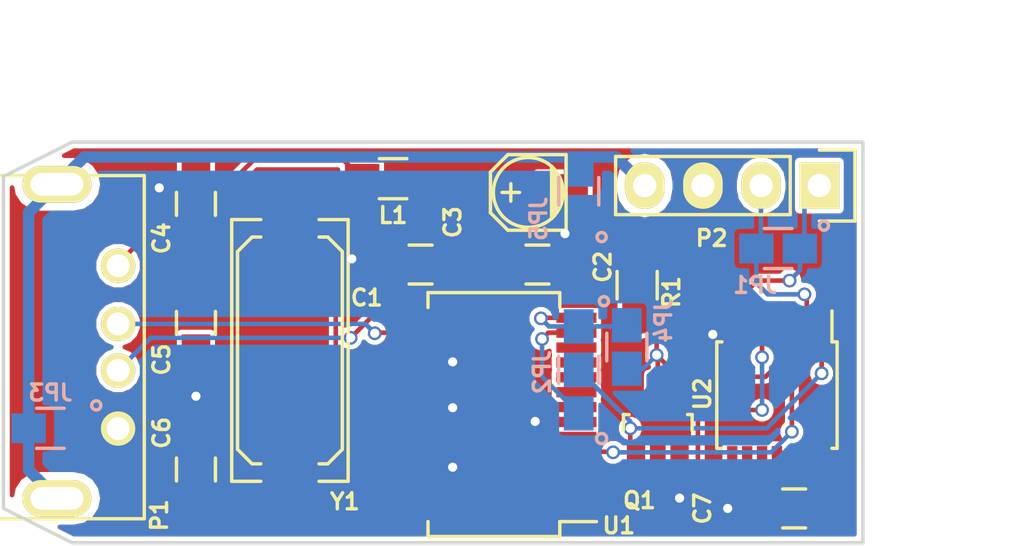
<source format=kicad_pcb>
(kicad_pcb (version 4) (host pcbnew no-bzr-product)

  (general
    (links 50)
    (no_connects 0)
    (area 117.924999 91.15 175 114.775001)
    (thickness 1.6)
    (drawings 8)
    (tracks 152)
    (zones 0)
    (modules 20)
    (nets 18)
  )

  (page A4)
  (title_block
    (title "Ham Radio USB Data Programmer")
    (date 2015-10-16)
    (rev 2)
    (company "© 2015 Gregor Riepl")
    (comment 1 "Licensed under the CERN OHL v1.2")
    (comment 3 "2-Wire and 3-Wire Mode Supported")
    (comment 4 "24mA Output Drivers (74AC)")
  )

  (layers
    (0 F.Cu signal hide)
    (31 B.Cu signal)
    (32 B.Adhes user)
    (33 F.Adhes user)
    (34 B.Paste user)
    (35 F.Paste user)
    (36 B.SilkS user)
    (37 F.SilkS user)
    (38 B.Mask user)
    (39 F.Mask user)
    (40 Dwgs.User user)
    (41 Cmts.User user)
    (42 Eco1.User user)
    (43 Eco2.User user)
    (44 Edge.Cuts user)
    (45 Margin user)
    (46 B.CrtYd user)
    (47 F.CrtYd user)
    (48 B.Fab user)
    (49 F.Fab user)
  )

  (setup
    (last_trace_width 0.2)
    (trace_clearance 0.15)
    (zone_clearance 0.2)
    (zone_45_only no)
    (trace_min 0.1)
    (segment_width 0.2)
    (edge_width 0.15)
    (via_size 0.6)
    (via_drill 0.4)
    (via_min_size 0.4)
    (via_min_drill 0.3)
    (uvia_size 0.3)
    (uvia_drill 0.1)
    (uvias_allowed no)
    (uvia_min_size 0.2)
    (uvia_min_drill 0.1)
    (pcb_text_width 0.3)
    (pcb_text_size 1.5 1.5)
    (mod_edge_width 0.15)
    (mod_text_size 0.7 0.7)
    (mod_text_width 0.15)
    (pad_size 1.524 1.524)
    (pad_drill 0.762)
    (pad_to_mask_clearance 0.2)
    (aux_axis_origin 0 0)
    (visible_elements FFFFFF7F)
    (pcbplotparams
      (layerselection 0x311f0_80000001)
      (usegerberextensions false)
      (excludeedgelayer true)
      (linewidth 0.100000)
      (plotframeref true)
      (viasonmask false)
      (mode 1)
      (useauxorigin false)
      (hpglpennumber 1)
      (hpglpenspeed 20)
      (hpglpendiameter 15)
      (hpglpenoverlay 2)
      (psnegative false)
      (psa4output false)
      (plotreference true)
      (plotvalue true)
      (plotinvisibletext false)
      (padsonsilk false)
      (subtractmaskfromsilk true)
      (outputformat 1)
      (mirror false)
      (drillshape 0)
      (scaleselection 1)
      (outputdirectory output/))
  )

  (net 0 "")
  (net 1 +3V3)
  (net 2 Earth)
  (net 3 VCC)
  (net 4 "Net-(C4-Pad1)")
  (net 5 "Net-(C5-Pad1)")
  (net 6 "Net-(C6-Pad1)")
  (net 7 "Net-(JP1-Pad1)")
  (net 8 "Net-(JP1-Pad2)")
  (net 9 "Net-(P1-Pad2)")
  (net 10 "Net-(P1-Pad3)")
  (net 11 /PWREN#)
  (net 12 "Net-(U1-Pad1)")
  (net 13 "Net-(U1-Pad5)")
  (net 14 /TXDEN)
  (net 15 "Net-(JP2-Pad2)")
  (net 16 GND)
  (net 17 "Net-(JP4-Pad2)")

  (net_class Default "This is the default net class."
    (clearance 0.15)
    (trace_width 0.2)
    (via_dia 0.6)
    (via_drill 0.4)
    (uvia_dia 0.3)
    (uvia_drill 0.1)
    (add_net +3V3)
    (add_net /PWREN#)
    (add_net /TXDEN)
    (add_net GND)
    (add_net "Net-(C4-Pad1)")
    (add_net "Net-(C5-Pad1)")
    (add_net "Net-(C6-Pad1)")
    (add_net "Net-(JP1-Pad1)")
    (add_net "Net-(JP1-Pad2)")
    (add_net "Net-(JP2-Pad2)")
    (add_net "Net-(JP4-Pad2)")
    (add_net "Net-(P1-Pad2)")
    (add_net "Net-(P1-Pad3)")
    (add_net "Net-(U1-Pad1)")
    (add_net "Net-(U1-Pad5)")
    (add_net VCC)
  )

  (net_class Earth ""
    (clearance 0.35)
    (trace_width 0.5)
    (via_dia 0.6)
    (via_drill 0.4)
    (uvia_dia 0.3)
    (uvia_drill 0.1)
    (add_net Earth)
  )

  (module Connect:USB_A (layer F.Cu) (tedit 561E4A91) (tstamp 561C76DC)
    (at 131.5 102.4 270)
    (descr "USB A connector")
    (tags "USB USB_A")
    (path /561BE3B3)
    (fp_text reference P1 (at 10.9 -1.8 270) (layer F.SilkS)
      (effects (font (size 0.7 0.7) (thickness 0.15)))
    )
    (fp_text value USB (at 3.7 2.6 270) (layer F.Fab)
      (effects (font (size 0.7 0.7) (thickness 0.15)))
    )
    (fp_line (start -5.3 13.2) (end -5.3 -1.4) (layer F.CrtYd) (width 0.05))
    (fp_line (start 11.95 -1.4) (end 11.95 13.2) (layer F.CrtYd) (width 0.05))
    (fp_line (start -5.3 13.2) (end 11.95 13.2) (layer F.CrtYd) (width 0.05))
    (fp_line (start -5.3 -1.4) (end 11.95 -1.4) (layer F.CrtYd) (width 0.05))
    (fp_line (start 11.04986 -1.14512) (end 11.04986 12.95188) (layer F.SilkS) (width 0.15))
    (fp_line (start -3.93614 12.95188) (end -3.93614 -1.14512) (layer F.SilkS) (width 0.15))
    (fp_line (start 11.04986 -1.14512) (end -3.93614 -1.14512) (layer F.SilkS) (width 0.15))
    (fp_line (start 11.04986 12.95188) (end -3.93614 12.95188) (layer F.SilkS) (width 0.15))
    (pad 4 thru_hole circle (at 7.11286 -0.00212 180) (size 1.50114 1.50114) (drill 1.00076) (layers *.Cu *.Mask F.SilkS)
      (net 16 GND))
    (pad 3 thru_hole circle (at 4.57286 -0.00212 180) (size 1.50114 1.50114) (drill 1.00076) (layers *.Cu *.Mask F.SilkS)
      (net 10 "Net-(P1-Pad3)"))
    (pad 2 thru_hole circle (at 2.54086 -0.00212 180) (size 1.50114 1.50114) (drill 1.00076) (layers *.Cu *.Mask F.SilkS)
      (net 9 "Net-(P1-Pad2)"))
    (pad 1 thru_hole circle (at 0.00086 -0.00212 180) (size 1.50114 1.50114) (drill 1.00076) (layers *.Cu *.Mask F.SilkS)
      (net 4 "Net-(C4-Pad1)"))
    (pad 5 thru_hole oval (at 10.16086 2.66488 180) (size 3 1.6) (drill oval 2.3 1) (layers *.Cu *.Mask F.SilkS)
      (net 2 Earth))
    (pad 5 thru_hole oval (at -3.55514 2.66488 180) (size 3 1.6) (drill oval 2.3 1) (layers *.Cu *.Mask F.SilkS)
      (net 2 Earth))
    (model Connect.3dshapes/USB_A.wrl
      (at (xyz 0.14 0 0))
      (scale (xyz 1 1 1))
      (rotate (xyz 0 0 90))
    )
  )

  (module Capacitors_SMD:C_0805_HandSoldering (layer F.Cu) (tedit 56202CA4) (tstamp 561C0C12)
    (at 144.7 102.35 180)
    (descr "Capacitor SMD 0805, hand soldering")
    (tags "capacitor 0805")
    (path /561BE2A7)
    (attr smd)
    (fp_text reference C1 (at 2.35 -1.45 180) (layer F.SilkS)
      (effects (font (size 0.7 0.7) (thickness 0.15)))
    )
    (fp_text value 100n (at -0.1 0 180) (layer F.Fab)
      (effects (font (size 0.7 0.7) (thickness 0.15)))
    )
    (fp_line (start -2.3 -1) (end 2.3 -1) (layer F.CrtYd) (width 0.05))
    (fp_line (start -2.3 1) (end 2.3 1) (layer F.CrtYd) (width 0.05))
    (fp_line (start -2.3 -1) (end -2.3 1) (layer F.CrtYd) (width 0.05))
    (fp_line (start 2.3 -1) (end 2.3 1) (layer F.CrtYd) (width 0.05))
    (fp_line (start 0.5 -0.85) (end -0.5 -0.85) (layer F.SilkS) (width 0.15))
    (fp_line (start -0.5 0.85) (end 0.5 0.85) (layer F.SilkS) (width 0.15))
    (pad 1 smd rect (at -1.25 0 180) (size 1.5 1.25) (layers F.Cu F.Paste F.Mask)
      (net 1 +3V3))
    (pad 2 smd rect (at 1.25 0 180) (size 1.5 1.25) (layers F.Cu F.Paste F.Mask)
      (net 16 GND))
    (model Capacitors_SMD.3dshapes/C_0805_HandSoldering.wrl
      (at (xyz 0 0 0))
      (scale (xyz 1 1 1))
      (rotate (xyz 0 0 0))
    )
  )

  (module Capacitors_SMD:c_elec_3x5.3 (layer F.Cu) (tedit 56202C8E) (tstamp 561C09FC)
    (at 149.4 99.2 180)
    (descr "SMT capacitor, aluminium electrolytic, 3x5.3")
    (path /561BE344)
    (attr smd)
    (fp_text reference C3 (at 3.3 -1.3 450) (layer F.SilkS)
      (effects (font (size 0.7 0.7) (thickness 0.15)))
    )
    (fp_text value 4.7u (at 0 -0.1 180) (layer F.Fab)
      (effects (font (size 0.7 0.7) (thickness 0.15)))
    )
    (fp_line (start -2.8 2.05) (end 2.8 2.05) (layer F.CrtYd) (width 0.05))
    (fp_line (start 2.8 2.05) (end 2.8 -2.05) (layer F.CrtYd) (width 0.05))
    (fp_line (start 2.8 -2.05) (end -2.8 -2.05) (layer F.CrtYd) (width 0.05))
    (fp_line (start -2.8 -2.05) (end -2.8 2.05) (layer F.CrtYd) (width 0.05))
    (fp_line (start -1.651 -1.651) (end -1.651 1.651) (layer F.SilkS) (width 0.15))
    (fp_line (start -1.651 1.651) (end 0.889 1.651) (layer F.SilkS) (width 0.15))
    (fp_line (start 0.889 1.651) (end 1.651 0.889) (layer F.SilkS) (width 0.15))
    (fp_line (start 1.651 0.889) (end 1.651 -0.889) (layer F.SilkS) (width 0.15))
    (fp_line (start 1.651 -0.889) (end 0.889 -1.651) (layer F.SilkS) (width 0.15))
    (fp_line (start 0.889 -1.651) (end -1.651 -1.651) (layer F.SilkS) (width 0.15))
    (fp_line (start -1.397 -0.508) (end -1.397 0.508) (layer F.SilkS) (width 0.15))
    (fp_line (start -1.27 -0.762) (end -1.27 0.762) (layer F.SilkS) (width 0.15))
    (fp_line (start -1.143 -1.016) (end -1.143 1.016) (layer F.SilkS) (width 0.15))
    (fp_line (start -1.016 -1.143) (end -1.016 1.143) (layer F.SilkS) (width 0.15))
    (fp_line (start 1.143 0) (end 0.381 0) (layer F.SilkS) (width 0.15))
    (fp_line (start 0.762 -0.381) (end 0.762 0.381) (layer F.SilkS) (width 0.15))
    (fp_circle (center 0 0) (end 1.524 0) (layer F.SilkS) (width 0.15))
    (pad 1 smd rect (at 1.50114 0 180) (size 2.19964 1.6002) (layers F.Cu F.Paste F.Mask)
      (net 3 VCC))
    (pad 2 smd rect (at -1.50114 0 180) (size 2.19964 1.6002) (layers F.Cu F.Paste F.Mask)
      (net 16 GND))
    (model Capacitors_SMD.3dshapes/c_elec_3x5.3.wrl
      (at (xyz 0 0 0))
      (scale (xyz 1 1 1))
      (rotate (xyz 0 0 0))
    )
  )

  (module Crystals_Oscillators_SMD:Q_49U3HMS (layer F.Cu) (tedit 561D9019) (tstamp 561C0A78)
    (at 139 106.1 270)
    (path /561C08BA)
    (fp_text reference Y1 (at 6.6 -2.4 360) (layer F.SilkS)
      (effects (font (size 0.7 0.7) (thickness 0.15)))
    )
    (fp_text value 12MHz (at 0 0.1 450) (layer F.Fab)
      (effects (font (size 0.7 0.7) (thickness 0.15)))
    )
    (fp_line (start -4.953 -1.651) (end -4.953 -1.27) (layer F.SilkS) (width 0.15))
    (fp_line (start -4.953 1.651) (end -4.953 1.27) (layer F.SilkS) (width 0.15))
    (fp_line (start 4.953 1.651) (end 4.953 1.27) (layer F.SilkS) (width 0.15))
    (fp_line (start 4.953 -1.651) (end 4.953 -1.27) (layer F.SilkS) (width 0.15))
    (fp_line (start 5.715 -2.54) (end 5.715 -1.27) (layer F.SilkS) (width 0.15))
    (fp_line (start 5.715 2.54) (end 5.715 1.27) (layer F.SilkS) (width 0.15))
    (fp_line (start -5.715 2.54) (end -5.715 1.27) (layer F.SilkS) (width 0.15))
    (fp_line (start -5.715 -2.54) (end -5.715 -1.27) (layer F.SilkS) (width 0.15))
    (fp_line (start -4.953 1.651) (end -4.318 2.286) (layer F.SilkS) (width 0.15))
    (fp_line (start -4.318 2.286) (end 4.318 2.286) (layer F.SilkS) (width 0.15))
    (fp_line (start 4.318 2.286) (end 4.953 1.651) (layer F.SilkS) (width 0.15))
    (fp_line (start 4.953 -1.651) (end 4.318 -2.286) (layer F.SilkS) (width 0.15))
    (fp_line (start 4.318 -2.286) (end -4.318 -2.286) (layer F.SilkS) (width 0.15))
    (fp_line (start -4.318 -2.286) (end -4.953 -1.651) (layer F.SilkS) (width 0.15))
    (fp_line (start 5.715 2.54) (end -5.715 2.54) (layer F.SilkS) (width 0.15))
    (fp_line (start -5.715 -2.54) (end 5.715 -2.54) (layer F.SilkS) (width 0.15))
    (pad 1 smd rect (at -4.699 0 270) (size 5.4991 1.99898) (layers F.Cu F.Paste F.Mask)
      (net 5 "Net-(C5-Pad1)"))
    (pad 2 smd rect (at 4.699 0 270) (size 5.4991 1.99898) (layers F.Cu F.Paste F.Mask)
      (net 6 "Net-(C6-Pad1)"))
    (model Crystals_Oscillators_SMD.3dshapes/Q_49U3HMS.wrl
      (at (xyz 0 0 0))
      (scale (xyz 1 1 1))
      (rotate (xyz 0 0 0))
    )
    (model Crystals.3dshapes/Q_49U3HMS.wrl
      (at (xyz 0 0 0))
      (scale (xyz 1 1 1))
      (rotate (xyz 0 0 0))
    )
  )

  (module Resistors_SMD:R_0805_HandSoldering (layer F.Cu) (tedit 561D9028) (tstamp 561C0BB8)
    (at 143.5 98.6)
    (descr "Resistor SMD 0805, hand soldering")
    (tags "resistor 0805")
    (path /561BE3F0)
    (attr smd)
    (fp_text reference L1 (at 0 1.6) (layer F.SilkS)
      (effects (font (size 0.7 0.7) (thickness 0.15)))
    )
    (fp_text value FERRITE (at -0.1 0) (layer F.Fab)
      (effects (font (size 0.7 0.7) (thickness 0.15)))
    )
    (fp_line (start -2.4 -1) (end 2.4 -1) (layer F.CrtYd) (width 0.05))
    (fp_line (start -2.4 1) (end 2.4 1) (layer F.CrtYd) (width 0.05))
    (fp_line (start -2.4 -1) (end -2.4 1) (layer F.CrtYd) (width 0.05))
    (fp_line (start 2.4 -1) (end 2.4 1) (layer F.CrtYd) (width 0.05))
    (fp_line (start 0.6 0.875) (end -0.6 0.875) (layer F.SilkS) (width 0.15))
    (fp_line (start -0.6 -0.875) (end 0.6 -0.875) (layer F.SilkS) (width 0.15))
    (pad 1 smd rect (at -1.35 0) (size 1.5 1.3) (layers F.Cu F.Paste F.Mask)
      (net 4 "Net-(C4-Pad1)"))
    (pad 2 smd rect (at 1.35 0) (size 1.5 1.3) (layers F.Cu F.Paste F.Mask)
      (net 3 VCC))
    (model Resistors_SMD.3dshapes/R_0805_HandSoldering.wrl
      (at (xyz 0 0 0))
      (scale (xyz 1 1 1))
      (rotate (xyz 0 0 0))
    )
  )

  (module Resistors_SMD:R_0805_HandSoldering (layer F.Cu) (tedit 561DD11F) (tstamp 561C0BBD)
    (at 154.15 103.25 270)
    (descr "Resistor SMD 0805, hand soldering")
    (tags "resistor 0805")
    (path /561C1F8C)
    (attr smd)
    (fp_text reference R1 (at 0.3 -1.5 270) (layer F.SilkS)
      (effects (font (size 0.7 0.7) (thickness 0.15)))
    )
    (fp_text value 10k (at -0.1 -0.1 270) (layer F.Fab)
      (effects (font (size 0.7 0.7) (thickness 0.15)))
    )
    (fp_line (start -2.4 -1) (end 2.4 -1) (layer F.CrtYd) (width 0.05))
    (fp_line (start -2.4 1) (end 2.4 1) (layer F.CrtYd) (width 0.05))
    (fp_line (start -2.4 -1) (end -2.4 1) (layer F.CrtYd) (width 0.05))
    (fp_line (start 2.4 -1) (end 2.4 1) (layer F.CrtYd) (width 0.05))
    (fp_line (start 0.6 0.875) (end -0.6 0.875) (layer F.SilkS) (width 0.15))
    (fp_line (start -0.6 -0.875) (end 0.6 -0.875) (layer F.SilkS) (width 0.15))
    (pad 1 smd rect (at -1.35 0 270) (size 1.5 1.3) (layers F.Cu F.Paste F.Mask)
      (net 3 VCC))
    (pad 2 smd rect (at 1.35 0 270) (size 1.5 1.3) (layers F.Cu F.Paste F.Mask)
      (net 17 "Net-(JP4-Pad2)"))
    (model Resistors_SMD.3dshapes/R_0805_HandSoldering.wrl
      (at (xyz 0 0 0))
      (scale (xyz 1 1 1))
      (rotate (xyz 0 0 0))
    )
  )

  (module Capacitors_SMD:C_0805_HandSoldering (layer F.Cu) (tedit 56202C93) (tstamp 561C0C17)
    (at 149.8 102.35)
    (descr "Capacitor SMD 0805, hand soldering")
    (tags "capacitor 0805")
    (path /561BE2E0)
    (attr smd)
    (fp_text reference C2 (at 2.85 0.1 90) (layer F.SilkS)
      (effects (font (size 0.7 0.7) (thickness 0.15)))
    )
    (fp_text value 100n (at -0.1 -0.1) (layer F.Fab)
      (effects (font (size 0.7 0.7) (thickness 0.15)))
    )
    (fp_line (start -2.3 -1) (end 2.3 -1) (layer F.CrtYd) (width 0.05))
    (fp_line (start -2.3 1) (end 2.3 1) (layer F.CrtYd) (width 0.05))
    (fp_line (start -2.3 -1) (end -2.3 1) (layer F.CrtYd) (width 0.05))
    (fp_line (start 2.3 -1) (end 2.3 1) (layer F.CrtYd) (width 0.05))
    (fp_line (start 0.5 -0.85) (end -0.5 -0.85) (layer F.SilkS) (width 0.15))
    (fp_line (start -0.5 0.85) (end 0.5 0.85) (layer F.SilkS) (width 0.15))
    (pad 1 smd rect (at -1.25 0) (size 1.5 1.25) (layers F.Cu F.Paste F.Mask)
      (net 3 VCC))
    (pad 2 smd rect (at 1.25 0) (size 1.5 1.25) (layers F.Cu F.Paste F.Mask)
      (net 16 GND))
    (model Capacitors_SMD.3dshapes/C_0805_HandSoldering.wrl
      (at (xyz 0 0 0))
      (scale (xyz 1 1 1))
      (rotate (xyz 0 0 0))
    )
  )

  (module Capacitors_SMD:C_0805_HandSoldering (layer F.Cu) (tedit 561D901F) (tstamp 561C0C1C)
    (at 134.9 99.7 90)
    (descr "Capacitor SMD 0805, hand soldering")
    (tags "capacitor 0805")
    (path /561BE2FB)
    (attr smd)
    (fp_text reference C4 (at -1.5 -1.5 90) (layer F.SilkS)
      (effects (font (size 0.7 0.7) (thickness 0.15)))
    )
    (fp_text value 10n (at 0 -0.1 90) (layer F.Fab)
      (effects (font (size 0.7 0.7) (thickness 0.15)))
    )
    (fp_line (start -2.3 -1) (end 2.3 -1) (layer F.CrtYd) (width 0.05))
    (fp_line (start -2.3 1) (end 2.3 1) (layer F.CrtYd) (width 0.05))
    (fp_line (start -2.3 -1) (end -2.3 1) (layer F.CrtYd) (width 0.05))
    (fp_line (start 2.3 -1) (end 2.3 1) (layer F.CrtYd) (width 0.05))
    (fp_line (start 0.5 -0.85) (end -0.5 -0.85) (layer F.SilkS) (width 0.15))
    (fp_line (start -0.5 0.85) (end 0.5 0.85) (layer F.SilkS) (width 0.15))
    (pad 1 smd rect (at -1.25 0 90) (size 1.5 1.25) (layers F.Cu F.Paste F.Mask)
      (net 4 "Net-(C4-Pad1)"))
    (pad 2 smd rect (at 1.25 0 90) (size 1.5 1.25) (layers F.Cu F.Paste F.Mask)
      (net 16 GND))
    (model Capacitors_SMD.3dshapes/C_0805_HandSoldering.wrl
      (at (xyz 0 0 0))
      (scale (xyz 1 1 1))
      (rotate (xyz 0 0 0))
    )
  )

  (module Capacitors_SMD:C_0805_HandSoldering (layer F.Cu) (tedit 561D900F) (tstamp 561C0C21)
    (at 134.9 104.9 270)
    (descr "Capacitor SMD 0805, hand soldering")
    (tags "capacitor 0805")
    (path /561C099F)
    (attr smd)
    (fp_text reference C5 (at 1.6 1.5 450) (layer F.SilkS)
      (effects (font (size 0.7 0.7) (thickness 0.15)))
    )
    (fp_text value DNP (at -0.1 0 450) (layer F.Fab)
      (effects (font (size 0.7 0.7) (thickness 0.15)))
    )
    (fp_line (start -2.3 -1) (end 2.3 -1) (layer F.CrtYd) (width 0.05))
    (fp_line (start -2.3 1) (end 2.3 1) (layer F.CrtYd) (width 0.05))
    (fp_line (start -2.3 -1) (end -2.3 1) (layer F.CrtYd) (width 0.05))
    (fp_line (start 2.3 -1) (end 2.3 1) (layer F.CrtYd) (width 0.05))
    (fp_line (start 0.5 -0.85) (end -0.5 -0.85) (layer F.SilkS) (width 0.15))
    (fp_line (start -0.5 0.85) (end 0.5 0.85) (layer F.SilkS) (width 0.15))
    (pad 1 smd rect (at -1.25 0 270) (size 1.5 1.25) (layers F.Cu F.Paste F.Mask)
      (net 5 "Net-(C5-Pad1)"))
    (pad 2 smd rect (at 1.25 0 270) (size 1.5 1.25) (layers F.Cu F.Paste F.Mask)
      (net 16 GND))
    (model Capacitors_SMD.3dshapes/C_0805_HandSoldering.wrl
      (at (xyz 0 0 0))
      (scale (xyz 1 1 1))
      (rotate (xyz 0 0 0))
    )
  )

  (module Capacitors_SMD:C_0805_HandSoldering (layer F.Cu) (tedit 561D9014) (tstamp 561C0C26)
    (at 134.9 111.3 90)
    (descr "Capacitor SMD 0805, hand soldering")
    (tags "capacitor 0805")
    (path /561C0A20)
    (attr smd)
    (fp_text reference C6 (at 1.6 -1.5 270) (layer F.SilkS)
      (effects (font (size 0.7 0.7) (thickness 0.15)))
    )
    (fp_text value DNP (at 0.1 0 270) (layer F.Fab)
      (effects (font (size 0.7 0.7) (thickness 0.15)))
    )
    (fp_line (start -2.3 -1) (end 2.3 -1) (layer F.CrtYd) (width 0.05))
    (fp_line (start -2.3 1) (end 2.3 1) (layer F.CrtYd) (width 0.05))
    (fp_line (start -2.3 -1) (end -2.3 1) (layer F.CrtYd) (width 0.05))
    (fp_line (start 2.3 -1) (end 2.3 1) (layer F.CrtYd) (width 0.05))
    (fp_line (start 0.5 -0.85) (end -0.5 -0.85) (layer F.SilkS) (width 0.15))
    (fp_line (start -0.5 0.85) (end 0.5 0.85) (layer F.SilkS) (width 0.15))
    (pad 1 smd rect (at -1.25 0 90) (size 1.5 1.25) (layers F.Cu F.Paste F.Mask)
      (net 6 "Net-(C6-Pad1)"))
    (pad 2 smd rect (at 1.25 0 90) (size 1.5 1.25) (layers F.Cu F.Paste F.Mask)
      (net 16 GND))
    (model Capacitors_SMD.3dshapes/C_0805_HandSoldering.wrl
      (at (xyz 0 0 0))
      (scale (xyz 1 1 1))
      (rotate (xyz 0 0 0))
    )
  )

  (module Pin_Headers:Pin_Header_Straight_1x04 (layer F.Cu) (tedit 56202C7B) (tstamp 561C0C2B)
    (at 162.1 98.9 270)
    (descr "Through hole pin header")
    (tags "pin header")
    (path /561C0067)
    (fp_text reference P2 (at 2.3 4.7 540) (layer F.SilkS)
      (effects (font (size 0.7 0.7) (thickness 0.15)))
    )
    (fp_text value DATA (at 0 3.9 360) (layer F.Fab)
      (effects (font (size 0.7 0.7) (thickness 0.15)))
    )
    (fp_line (start -1.75 -1.75) (end -1.75 9.4) (layer F.CrtYd) (width 0.05))
    (fp_line (start 1.75 -1.75) (end 1.75 9.4) (layer F.CrtYd) (width 0.05))
    (fp_line (start -1.75 -1.75) (end 1.75 -1.75) (layer F.CrtYd) (width 0.05))
    (fp_line (start -1.75 9.4) (end 1.75 9.4) (layer F.CrtYd) (width 0.05))
    (fp_line (start -1.27 1.27) (end -1.27 8.89) (layer F.SilkS) (width 0.15))
    (fp_line (start 1.27 1.27) (end 1.27 8.89) (layer F.SilkS) (width 0.15))
    (fp_line (start 1.55 -1.55) (end 1.55 0) (layer F.SilkS) (width 0.15))
    (fp_line (start -1.27 8.89) (end 1.27 8.89) (layer F.SilkS) (width 0.15))
    (fp_line (start 1.27 1.27) (end -1.27 1.27) (layer F.SilkS) (width 0.15))
    (fp_line (start -1.55 0) (end -1.55 -1.55) (layer F.SilkS) (width 0.15))
    (fp_line (start -1.55 -1.55) (end 1.55 -1.55) (layer F.SilkS) (width 0.15))
    (pad 1 thru_hole rect (at 0 0 270) (size 2.032 1.7272) (drill 1.016) (layers *.Cu *.Mask F.SilkS)
      (net 7 "Net-(JP1-Pad1)"))
    (pad 2 thru_hole oval (at 0 2.54 270) (size 2.032 1.7272) (drill 1.016) (layers *.Cu *.Mask F.SilkS)
      (net 8 "Net-(JP1-Pad2)"))
    (pad 3 thru_hole oval (at 0 5.08 270) (size 2.032 1.7272) (drill 1.016) (layers *.Cu *.Mask F.SilkS)
      (net 16 GND))
    (pad 4 thru_hole oval (at 0 7.62 270) (size 2.032 1.7272) (drill 1.016) (layers *.Cu *.Mask F.SilkS)
      (net 2 Earth))
    (model Pin_Headers.3dshapes/Pin_Header_Straight_1x04.wrl
      (at (xyz 0 -0.15 0))
      (scale (xyz 1 1 1))
      (rotate (xyz 0 0 90))
    )
  )

  (module Capacitors_SMD:C_0805_HandSoldering (layer F.Cu) (tedit 561D9089) (tstamp 561C91F6)
    (at 161 113 180)
    (descr "Capacitor SMD 0805, hand soldering")
    (tags "capacitor 0805")
    (path /561C7F02)
    (attr smd)
    (fp_text reference C7 (at 4 0 270) (layer F.SilkS)
      (effects (font (size 0.7 0.7) (thickness 0.15)))
    )
    (fp_text value 100n (at -0.1 0 180) (layer F.Fab)
      (effects (font (size 0.7 0.7) (thickness 0.15)))
    )
    (fp_line (start -2.3 -1) (end 2.3 -1) (layer F.CrtYd) (width 0.05))
    (fp_line (start -2.3 1) (end 2.3 1) (layer F.CrtYd) (width 0.05))
    (fp_line (start -2.3 -1) (end -2.3 1) (layer F.CrtYd) (width 0.05))
    (fp_line (start 2.3 -1) (end 2.3 1) (layer F.CrtYd) (width 0.05))
    (fp_line (start 0.5 -0.85) (end -0.5 -0.85) (layer F.SilkS) (width 0.15))
    (fp_line (start -0.5 0.85) (end 0.5 0.85) (layer F.SilkS) (width 0.15))
    (pad 1 smd rect (at -1.25 0 180) (size 1.5 1.25) (layers F.Cu F.Paste F.Mask)
      (net 3 VCC))
    (pad 2 smd rect (at 1.25 0 180) (size 1.5 1.25) (layers F.Cu F.Paste F.Mask)
      (net 16 GND))
    (model Capacitors_SMD.3dshapes/C_0805_HandSoldering.wrl
      (at (xyz 0 0 0))
      (scale (xyz 1 1 1))
      (rotate (xyz 0 0 0))
    )
  )

  (module onitake:Jumper_SMD_2Pin (layer B.Cu) (tedit 5620296D) (tstamp 561D26B5)
    (at 160.3 101.65 180)
    (descr "Resistor SMD 0805, hand soldering")
    (tags "resistor 0805")
    (path /561BFCE8)
    (attr smd)
    (fp_text reference JP1 (at 1 -1.6 360) (layer B.SilkS)
      (effects (font (size 0.7 0.7) (thickness 0.15)) (justify mirror))
    )
    (fp_text value 2WIRE (at 0.1 0 180) (layer B.Fab)
      (effects (font (size 0.7 0.7) (thickness 0.15)) (justify mirror))
    )
    (fp_circle (center -2 1) (end -1.8 1) (layer B.SilkS) (width 0.15))
    (fp_line (start -2 1) (end 2 1) (layer B.CrtYd) (width 0.05))
    (fp_line (start -2 -1) (end 2 -1) (layer B.CrtYd) (width 0.05))
    (fp_line (start -2 1) (end -2 -1) (layer B.CrtYd) (width 0.05))
    (fp_line (start 2 1) (end 2 -1) (layer B.CrtYd) (width 0.05))
    (fp_line (start 0.6 -0.875) (end -0.6 -0.875) (layer B.SilkS) (width 0.15))
    (fp_line (start -0.6 0.875) (end 0.6 0.875) (layer B.SilkS) (width 0.15))
    (pad 1 smd rect (at -0.95 0 180) (size 1.5 1.3) (layers B.Cu B.Paste B.Mask)
      (net 7 "Net-(JP1-Pad1)"))
    (pad 2 smd rect (at 0.95 0 180) (size 1.5 1.3) (layers B.Cu B.Paste B.Mask)
      (net 8 "Net-(JP1-Pad2)"))
  )

  (module onitake:Jumper_SMD_3Pin (layer B.Cu) (tedit 56202E15) (tstamp 561D9411)
    (at 151.6 106.95 90)
    (descr "Resistor SMD 0805, hand soldering")
    (tags "resistor 0805")
    (path /561C8478)
    (attr smd)
    (fp_text reference JP2 (at -0.1 -1.6 90) (layer B.SilkS)
      (effects (font (size 0.7 0.7) (thickness 0.15)) (justify mirror))
    )
    (fp_text value 2WIRE3 (at 0.1 0 90) (layer B.Fab)
      (effects (font (size 0.7 0.7) (thickness 0.15)) (justify mirror))
    )
    (fp_circle (center -3 1) (end -2.8 0.9) (layer B.SilkS) (width 0.15))
    (fp_line (start -3 1) (end 3 1) (layer B.CrtYd) (width 0.05))
    (fp_line (start -3 -1) (end 3 -1) (layer B.CrtYd) (width 0.05))
    (fp_line (start -3 1) (end -3 -1) (layer B.CrtYd) (width 0.05))
    (fp_line (start 3 1) (end 3 -1) (layer B.CrtYd) (width 0.05))
    (fp_line (start 0.6 -0.875) (end -0.6 -0.875) (layer B.SilkS) (width 0.15))
    (fp_line (start -0.6 0.875) (end 0.6 0.875) (layer B.SilkS) (width 0.15))
    (pad 3 smd rect (at 1.9 0 90) (size 1.5 1.3) (layers B.Cu B.Paste B.Mask)
      (net 11 /PWREN#))
    (pad 1 smd rect (at -1.9 0 90) (size 1.5 1.3) (layers B.Cu B.Paste B.Mask)
      (net 14 /TXDEN))
    (pad 2 smd rect (at 0 0 90) (size 1.5 1.3) (layers B.Cu B.Paste B.Mask)
      (net 15 "Net-(JP2-Pad2)"))
  )

  (module onitake:Jumper_SMD_2Pin (layer B.Cu) (tedit 561DD126) (tstamp 561DD03B)
    (at 128.55 109.5 180)
    (descr "2 contact SMD solder pad")
    (tags "solder pad jumper")
    (path /561DD321)
    (attr smd)
    (fp_text reference JP3 (at 0 1.55 180) (layer B.SilkS)
      (effects (font (size 0.7 0.7) (thickness 0.15)) (justify mirror))
    )
    (fp_text value SHIELD (at 0 -0.1 180) (layer B.Fab)
      (effects (font (size 0.7 0.7) (thickness 0.15)) (justify mirror))
    )
    (fp_circle (center -2 1) (end -1.8 1) (layer B.SilkS) (width 0.15))
    (fp_line (start -2 1) (end 2 1) (layer B.CrtYd) (width 0.05))
    (fp_line (start -2 -1) (end 2 -1) (layer B.CrtYd) (width 0.05))
    (fp_line (start -2 1) (end -2 -1) (layer B.CrtYd) (width 0.05))
    (fp_line (start 2 1) (end 2 -1) (layer B.CrtYd) (width 0.05))
    (fp_line (start 0.6 -0.875) (end -0.6 -0.875) (layer B.SilkS) (width 0.15))
    (fp_line (start -0.6 0.875) (end 0.6 0.875) (layer B.SilkS) (width 0.15))
    (pad 1 smd rect (at -0.95 0 180) (size 1.5 1.3) (layers B.Cu B.Paste B.Mask)
      (net 16 GND))
    (pad 2 smd rect (at 0.95 0 180) (size 1.5 1.3) (layers B.Cu B.Paste B.Mask)
      (net 2 Earth))
  )

  (module Housings_SOT-23_SOT-143_TSOT-6:SOT-23_Handsoldering (layer F.Cu) (tedit 561FDF5B) (tstamp 561FB82A)
    (at 155.05 109.55)
    (descr "SOT-23, Handsoldering")
    (tags SOT-23)
    (path /561F18F5)
    (attr smd)
    (fp_text reference Q1 (at -0.8 3.1) (layer F.SilkS)
      (effects (font (size 0.7 0.7) (thickness 0.15)))
    )
    (fp_text value 2N7002E (at 0.05 0.2 90) (layer F.Fab)
      (effects (font (size 0.7 0.7) (thickness 0.15)))
    )
    (fp_line (start -1.49982 0.0508) (end -1.49982 -0.65024) (layer F.SilkS) (width 0.15))
    (fp_line (start -1.49982 -0.65024) (end -1.2509 -0.65024) (layer F.SilkS) (width 0.15))
    (fp_line (start 1.29916 -0.65024) (end 1.49982 -0.65024) (layer F.SilkS) (width 0.15))
    (fp_line (start 1.49982 -0.65024) (end 1.49982 0.0508) (layer F.SilkS) (width 0.15))
    (pad 1 smd rect (at -0.95 1.50114) (size 0.8001 1.80086) (layers F.Cu F.Paste F.Mask)
      (net 15 "Net-(JP2-Pad2)"))
    (pad 2 smd rect (at 0.95 1.50114) (size 0.8001 1.80086) (layers F.Cu F.Paste F.Mask)
      (net 16 GND))
    (pad 3 smd rect (at 0 -1.50114) (size 0.8001 1.80086) (layers F.Cu F.Paste F.Mask)
      (net 17 "Net-(JP4-Pad2)"))
    (model Housings_SOT-23_SOT-143_TSOT-6.3dshapes/SOT-23_Handsoldering.wrl
      (at (xyz 0 0 0))
      (scale (xyz 1 1 1))
      (rotate (xyz 0 0 0))
    )
    (model TO_SOT_Packages_SMD.3dshapes/SOT-23.wrl
      (at (xyz 0 0 0))
      (scale (xyz 1 1 1))
      (rotate (xyz 0 0 0))
    )
  )

  (module Housings_SSOP:SSOP-28_5.3x10.2mm_Pitch0.65mm (layer F.Cu) (tedit 561FBAB8) (tstamp 561FB831)
    (at 147.9 108.9 180)
    (descr "28-Lead Plastic Shrink Small Outline (SS)-5.30 mm Body [SSOP] (see Microchip Packaging Specification 00000049BS.pdf)")
    (tags "SSOP 0.65")
    (path /561BE24A)
    (attr smd)
    (fp_text reference U1 (at -5.45 -4.85 180) (layer F.SilkS)
      (effects (font (size 0.7 0.7) (thickness 0.15)))
    )
    (fp_text value FT232RL (at -0.05 -0.1 270) (layer F.Fab)
      (effects (font (size 0.7 0.7) (thickness 0.15)))
    )
    (fp_line (start -4.75 -5.5) (end -4.75 5.5) (layer F.CrtYd) (width 0.05))
    (fp_line (start 4.75 -5.5) (end 4.75 5.5) (layer F.CrtYd) (width 0.05))
    (fp_line (start -4.75 -5.5) (end 4.75 -5.5) (layer F.CrtYd) (width 0.05))
    (fp_line (start -4.75 5.5) (end 4.75 5.5) (layer F.CrtYd) (width 0.05))
    (fp_line (start -2.875 -5.325) (end -2.875 -4.675) (layer F.SilkS) (width 0.15))
    (fp_line (start 2.875 -5.325) (end 2.875 -4.675) (layer F.SilkS) (width 0.15))
    (fp_line (start 2.875 5.325) (end 2.875 4.675) (layer F.SilkS) (width 0.15))
    (fp_line (start -2.875 5.325) (end -2.875 4.675) (layer F.SilkS) (width 0.15))
    (fp_line (start -2.875 -5.325) (end 2.875 -5.325) (layer F.SilkS) (width 0.15))
    (fp_line (start -2.875 5.325) (end 2.875 5.325) (layer F.SilkS) (width 0.15))
    (fp_line (start -2.875 -4.675) (end -4.475 -4.675) (layer F.SilkS) (width 0.15))
    (pad 1 smd rect (at -3.6 -4.225 180) (size 1.75 0.45) (layers F.Cu F.Paste F.Mask)
      (net 12 "Net-(U1-Pad1)"))
    (pad 2 smd rect (at -3.6 -3.575 180) (size 1.75 0.45) (layers F.Cu F.Paste F.Mask))
    (pad 3 smd rect (at -3.6 -2.925 180) (size 1.75 0.45) (layers F.Cu F.Paste F.Mask))
    (pad 4 smd rect (at -3.6 -2.275 180) (size 1.75 0.45) (layers F.Cu F.Paste F.Mask)
      (net 3 VCC))
    (pad 5 smd rect (at -3.6 -1.625 180) (size 1.75 0.45) (layers F.Cu F.Paste F.Mask)
      (net 13 "Net-(U1-Pad5)"))
    (pad 6 smd rect (at -3.6 -0.975 180) (size 1.75 0.45) (layers F.Cu F.Paste F.Mask))
    (pad 7 smd rect (at -3.6 -0.325 180) (size 1.75 0.45) (layers F.Cu F.Paste F.Mask)
      (net 16 GND))
    (pad 8 smd rect (at -3.6 0.325 180) (size 1.75 0.45) (layers F.Cu F.Paste F.Mask))
    (pad 9 smd rect (at -3.6 0.975 180) (size 1.75 0.45) (layers F.Cu F.Paste F.Mask))
    (pad 10 smd rect (at -3.6 1.625 180) (size 1.75 0.45) (layers F.Cu F.Paste F.Mask))
    (pad 11 smd rect (at -3.6 2.275 180) (size 1.75 0.45) (layers F.Cu F.Paste F.Mask))
    (pad 12 smd rect (at -3.6 2.925 180) (size 1.75 0.45) (layers F.Cu F.Paste F.Mask))
    (pad 13 smd rect (at -3.6 3.575 180) (size 1.75 0.45) (layers F.Cu F.Paste F.Mask)
      (net 14 /TXDEN))
    (pad 14 smd rect (at -3.6 4.225 180) (size 1.75 0.45) (layers F.Cu F.Paste F.Mask)
      (net 11 /PWREN#))
    (pad 15 smd rect (at 3.6 4.225 180) (size 1.75 0.45) (layers F.Cu F.Paste F.Mask)
      (net 10 "Net-(P1-Pad3)"))
    (pad 16 smd rect (at 3.6 3.575 180) (size 1.75 0.45) (layers F.Cu F.Paste F.Mask)
      (net 9 "Net-(P1-Pad2)"))
    (pad 17 smd rect (at 3.6 2.925 180) (size 1.75 0.45) (layers F.Cu F.Paste F.Mask)
      (net 1 +3V3))
    (pad 18 smd rect (at 3.6 2.275 180) (size 1.75 0.45) (layers F.Cu F.Paste F.Mask)
      (net 16 GND))
    (pad 19 smd rect (at 3.6 1.625 180) (size 1.75 0.45) (layers F.Cu F.Paste F.Mask))
    (pad 20 smd rect (at 3.6 0.975 180) (size 1.75 0.45) (layers F.Cu F.Paste F.Mask)
      (net 3 VCC))
    (pad 21 smd rect (at 3.6 0.325 180) (size 1.75 0.45) (layers F.Cu F.Paste F.Mask)
      (net 16 GND))
    (pad 22 smd rect (at 3.6 -0.325 180) (size 1.75 0.45) (layers F.Cu F.Paste F.Mask))
    (pad 23 smd rect (at 3.6 -0.975 180) (size 1.75 0.45) (layers F.Cu F.Paste F.Mask))
    (pad 24 smd rect (at 3.6 -1.625 180) (size 1.75 0.45) (layers F.Cu F.Paste F.Mask))
    (pad 25 smd rect (at 3.6 -2.275 180) (size 1.75 0.45) (layers F.Cu F.Paste F.Mask)
      (net 16 GND))
    (pad 26 smd rect (at 3.6 -2.925 180) (size 1.75 0.45) (layers F.Cu F.Paste F.Mask))
    (pad 27 smd rect (at 3.6 -3.575 180) (size 1.75 0.45) (layers F.Cu F.Paste F.Mask)
      (net 5 "Net-(C5-Pad1)"))
    (pad 28 smd rect (at 3.6 -4.225 180) (size 1.75 0.45) (layers F.Cu F.Paste F.Mask)
      (net 6 "Net-(C6-Pad1)"))
    (model Housings_SSOP.3dshapes/SSOP-28_5.3x10.2mm_Pitch0.65mm.wrl
      (at (xyz 0 0 0))
      (scale (xyz 1 1 1))
      (rotate (xyz 0 0 0))
    )
  )

  (module Housings_SSOP:TSSOP-14_4.4x5mm_Pitch0.65mm (layer F.Cu) (tedit 56202CCE) (tstamp 561FB9C7)
    (at 160.25 108.05 270)
    (descr "14-Lead Plastic Thin Shrink Small Outline (ST)-4.4 mm Body [TSSOP] (see Microchip Packaging Specification 00000049BS.pdf)")
    (tags "SSOP 0.65")
    (path /561D1FD3)
    (attr smd)
    (fp_text reference U2 (at -0.05 3.25 450) (layer F.SilkS)
      (effects (font (size 0.7 0.7) (thickness 0.15)))
    )
    (fp_text value 74AC125 (at 0 0 360) (layer F.Fab)
      (effects (font (size 0.7 0.7) (thickness 0.15)))
    )
    (fp_line (start -3.95 -2.8) (end -3.95 2.8) (layer F.CrtYd) (width 0.05))
    (fp_line (start 3.95 -2.8) (end 3.95 2.8) (layer F.CrtYd) (width 0.05))
    (fp_line (start -3.95 -2.8) (end 3.95 -2.8) (layer F.CrtYd) (width 0.05))
    (fp_line (start -3.95 2.8) (end 3.95 2.8) (layer F.CrtYd) (width 0.05))
    (fp_line (start -2.325 -2.625) (end -2.325 -2.4) (layer F.SilkS) (width 0.15))
    (fp_line (start 2.325 -2.625) (end 2.325 -2.4) (layer F.SilkS) (width 0.15))
    (fp_line (start 2.325 2.625) (end 2.325 2.4) (layer F.SilkS) (width 0.15))
    (fp_line (start -2.325 2.625) (end -2.325 2.4) (layer F.SilkS) (width 0.15))
    (fp_line (start -2.325 -2.625) (end 2.325 -2.625) (layer F.SilkS) (width 0.15))
    (fp_line (start -2.325 2.625) (end 2.325 2.625) (layer F.SilkS) (width 0.15))
    (fp_line (start -2.325 -2.4) (end -3.675 -2.4) (layer F.SilkS) (width 0.15))
    (pad 1 smd rect (at -2.95 -1.95 270) (size 1.45 0.45) (layers F.Cu F.Paste F.Mask)
      (net 15 "Net-(JP2-Pad2)"))
    (pad 2 smd rect (at -2.95 -1.3 270) (size 1.45 0.45) (layers F.Cu F.Paste F.Mask)
      (net 8 "Net-(JP1-Pad2)"))
    (pad 3 smd rect (at -2.95 -0.65 270) (size 1.45 0.45) (layers F.Cu F.Paste F.Mask)
      (net 13 "Net-(U1-Pad5)"))
    (pad 4 smd rect (at -2.95 0 270) (size 1.45 0.45) (layers F.Cu F.Paste F.Mask)
      (net 17 "Net-(JP4-Pad2)"))
    (pad 5 smd rect (at -2.95 0.65 270) (size 1.45 0.45) (layers F.Cu F.Paste F.Mask)
      (net 12 "Net-(U1-Pad1)"))
    (pad 6 smd rect (at -2.95 1.3 270) (size 1.45 0.45) (layers F.Cu F.Paste F.Mask)
      (net 7 "Net-(JP1-Pad1)"))
    (pad 7 smd rect (at -2.95 1.95 270) (size 1.45 0.45) (layers F.Cu F.Paste F.Mask)
      (net 16 GND))
    (pad 8 smd rect (at 2.95 1.95 270) (size 1.45 0.45) (layers F.Cu F.Paste F.Mask))
    (pad 9 smd rect (at 2.95 1.3 270) (size 1.45 0.45) (layers F.Cu F.Paste F.Mask))
    (pad 10 smd rect (at 2.95 0.65 270) (size 1.45 0.45) (layers F.Cu F.Paste F.Mask))
    (pad 11 smd rect (at 2.95 0 270) (size 1.45 0.45) (layers F.Cu F.Paste F.Mask))
    (pad 12 smd rect (at 2.95 -0.65 270) (size 1.45 0.45) (layers F.Cu F.Paste F.Mask))
    (pad 13 smd rect (at 2.95 -1.3 270) (size 1.45 0.45) (layers F.Cu F.Paste F.Mask))
    (pad 14 smd rect (at 2.95 -1.95 270) (size 1.45 0.45) (layers F.Cu F.Paste F.Mask)
      (net 3 VCC))
    (model Housings_SSOP.3dshapes/TSSOP-14_4.4x5mm_Pitch0.65mm.wrl
      (at (xyz 0 0 0))
      (scale (xyz 1 1 1))
      (rotate (xyz 0 0 0))
    )
  )

  (module onitake:Jumper_SMD_2Pin (layer B.Cu) (tedit 56202E0D) (tstamp 561FDD67)
    (at 153.7 105.95 270)
    (descr "2 contact SMD solder pad")
    (tags "solder pad jumper")
    (path /561FD90A)
    (attr smd)
    (fp_text reference JP4 (at -1.15 -1.6 270) (layer B.SilkS)
      (effects (font (size 0.7 0.7) (thickness 0.15)) (justify mirror))
    )
    (fp_text value 3WIRE (at 0.05 0 270) (layer B.Fab)
      (effects (font (size 0.7 0.7) (thickness 0.15)) (justify mirror))
    )
    (fp_circle (center -2 1) (end -1.8 1) (layer B.SilkS) (width 0.15))
    (fp_line (start -2 1) (end 2 1) (layer B.CrtYd) (width 0.05))
    (fp_line (start -2 -1) (end 2 -1) (layer B.CrtYd) (width 0.05))
    (fp_line (start -2 1) (end -2 -1) (layer B.CrtYd) (width 0.05))
    (fp_line (start 2 1) (end 2 -1) (layer B.CrtYd) (width 0.05))
    (fp_line (start 0.6 -0.875) (end -0.6 -0.875) (layer B.SilkS) (width 0.15))
    (fp_line (start -0.6 0.875) (end 0.6 0.875) (layer B.SilkS) (width 0.15))
    (pad 1 smd rect (at -0.95 0 270) (size 1.5 1.3) (layers B.Cu B.Paste B.Mask)
      (net 11 /PWREN#))
    (pad 2 smd rect (at 0.95 0 270) (size 1.5 1.3) (layers B.Cu B.Paste B.Mask)
      (net 17 "Net-(JP4-Pad2)"))
  )

  (module onitake:Jumper_SMD_2Pin (layer B.Cu) (tedit 5620297A) (tstamp 56202A17)
    (at 151.6 99.15 90)
    (descr "2 contact SMD solder pad")
    (tags "solder pad jumper")
    (path /5620293C)
    (attr smd)
    (fp_text reference JP5 (at -1.2 -1.75 270) (layer B.SilkS)
      (effects (font (size 0.7 0.7) (thickness 0.15)) (justify mirror))
    )
    (fp_text value SHIELD (at 0.1 0 90) (layer B.Fab)
      (effects (font (size 0.7 0.7) (thickness 0.15)) (justify mirror))
    )
    (fp_circle (center -2 1) (end -1.8 1) (layer B.SilkS) (width 0.15))
    (fp_line (start -2 1) (end 2 1) (layer B.CrtYd) (width 0.05))
    (fp_line (start -2 -1) (end 2 -1) (layer B.CrtYd) (width 0.05))
    (fp_line (start -2 1) (end -2 -1) (layer B.CrtYd) (width 0.05))
    (fp_line (start 2 1) (end 2 -1) (layer B.CrtYd) (width 0.05))
    (fp_line (start 0.6 -0.875) (end -0.6 -0.875) (layer B.SilkS) (width 0.15))
    (fp_line (start -0.6 0.875) (end 0.6 0.875) (layer B.SilkS) (width 0.15))
    (pad 1 smd rect (at -0.95 0 90) (size 1.5 1.3) (layers B.Cu B.Paste B.Mask)
      (net 16 GND))
    (pad 2 smd rect (at 0.95 0 90) (size 1.5 1.3) (layers B.Cu B.Paste B.Mask)
      (net 2 Earth))
  )

  (gr_line (start 126.5 98.5) (end 129.5 97) (angle 90) (layer Edge.Cuts) (width 0.15))
  (gr_line (start 126.5 113) (end 129.5 114.5) (angle 90) (layer Edge.Cuts) (width 0.15))
  (dimension 17.5 (width 0.3) (layer Dwgs.User)
    (gr_text "17.500 mm" (at 168.35 105.75 270) (layer Dwgs.User)
      (effects (font (size 1.5 1.5) (thickness 0.3)))
    )
    (feature1 (pts (xy 164 114.5) (xy 169.7 114.5)))
    (feature2 (pts (xy 164 97) (xy 169.7 97)))
    (crossbar (pts (xy 167 97) (xy 167 114.5)))
    (arrow1a (pts (xy 167 114.5) (xy 166.413579 113.373496)))
    (arrow1b (pts (xy 167 114.5) (xy 167.586421 113.373496)))
    (arrow2a (pts (xy 167 97) (xy 166.413579 98.126504)))
    (arrow2b (pts (xy 167 97) (xy 167.586421 98.126504)))
  )
  (dimension 37.5 (width 0.3) (layer Dwgs.User)
    (gr_text "37.500 mm" (at 145.25 92.65) (layer Dwgs.User)
      (effects (font (size 1.5 1.5) (thickness 0.3)))
    )
    (feature1 (pts (xy 164 97) (xy 164 91.3)))
    (feature2 (pts (xy 126.5 97) (xy 126.5 91.3)))
    (crossbar (pts (xy 126.5 94) (xy 164 94)))
    (arrow1a (pts (xy 164 94) (xy 162.873496 94.586421)))
    (arrow1b (pts (xy 164 94) (xy 162.873496 93.413579)))
    (arrow2a (pts (xy 126.5 94) (xy 127.626504 94.586421)))
    (arrow2b (pts (xy 126.5 94) (xy 127.626504 93.413579)))
  )
  (gr_line (start 164 97) (end 129.5 97) (angle 90) (layer Edge.Cuts) (width 0.15))
  (gr_line (start 164 114.5) (end 164 97) (angle 90) (layer Edge.Cuts) (width 0.15))
  (gr_line (start 129.5 114.5) (end 164 114.5) (angle 90) (layer Edge.Cuts) (width 0.15))
  (gr_line (start 126.5 98.5) (end 126.5 113) (angle 90) (layer Edge.Cuts) (width 0.15))

  (segment (start 145.95 102.1) (end 145.95 105.55) (width 0.2) (layer F.Cu) (net 1))
  (segment (start 145.525 105.975) (end 144.525 105.975) (width 0.2) (layer F.Cu) (net 1) (tstamp 561C7D29))
  (segment (start 145.95 105.55) (end 145.525 105.975) (width 0.2) (layer F.Cu) (net 1) (tstamp 561C7D25))
  (segment (start 154.48 98.9) (end 153.23 97.65) (width 0.5) (layer B.Cu) (net 2))
  (segment (start 153.23 97.65) (end 151.5 97.65) (width 0.5) (layer B.Cu) (net 2) (tstamp 56202AE9))
  (segment (start 128.83512 98.84486) (end 130.02998 97.65) (width 0.5) (layer B.Cu) (net 2))
  (segment (start 130.02998 97.65) (end 151.5 97.65) (width 0.5) (layer B.Cu) (net 2) (tstamp 561E49B9))
  (segment (start 151.5 97.65) (end 153.23 97.65) (width 0.5) (layer B.Cu) (net 2) (tstamp 56202AEC))
  (segment (start 127.6 109.5) (end 127.6 100.07998) (width 0.5) (layer B.Cu) (net 2))
  (segment (start 127.6 100.07998) (end 128.83512 98.84486) (width 0.5) (layer B.Cu) (net 2) (tstamp 561E49B6))
  (segment (start 128.83512 112.56086) (end 127.6 111.32574) (width 0.5) (layer B.Cu) (net 2))
  (segment (start 127.6 111.32574) (end 127.6 109.5) (width 0.5) (layer B.Cu) (net 2) (tstamp 561E49B1))
  (segment (start 162.2431 110.994) (end 162.2431 112.9931) (width 0.2) (layer F.Cu) (net 3))
  (segment (start 162.2431 112.9931) (end 162.25 113) (width 0.2) (layer F.Cu) (net 3) (tstamp 561D2AA4))
  (segment (start 142.15 98.6) (end 141.35 97.8) (width 0.2) (layer F.Cu) (net 4))
  (segment (start 137.4 97.8) (end 136.7 98.5) (width 0.2) (layer F.Cu) (net 4) (tstamp 561D95CF))
  (segment (start 141.35 97.8) (end 137.4 97.8) (width 0.2) (layer F.Cu) (net 4) (tstamp 561D95C8))
  (segment (start 134.9 100.95) (end 136.25 100.95) (width 0.2) (layer F.Cu) (net 4))
  (segment (start 136.25 100.95) (end 136.7 100.5) (width 0.2) (layer F.Cu) (net 4) (tstamp 561D28FC))
  (segment (start 136.7 100.5) (end 136.7 98.5) (width 0.2) (layer F.Cu) (net 4) (tstamp 561D28FD))
  (segment (start 141.55 98) (end 142.15 98.6) (width 0.2) (layer F.Cu) (net 4) (tstamp 561D2900))
  (segment (start 131.50212 102.30086) (end 133.25298 100.55) (width 0.2) (layer F.Cu) (net 4) (status 10))
  (segment (start 133.25298 100.55) (end 134.9 100.55) (width 0.2) (layer F.Cu) (net 4) (tstamp 561C7B05))
  (segment (start 144.525 112.475) (end 141.675 112.475) (width 0.2) (layer F.Cu) (net 5))
  (segment (start 141 104.401) (end 138.9 102.301) (width 0.2) (layer F.Cu) (net 5) (tstamp 561C7C4B))
  (segment (start 141 111.8) (end 141 104.401) (width 0.2) (layer F.Cu) (net 5) (tstamp 561C7C43))
  (segment (start 141.675 112.475) (end 141 111.8) (width 0.2) (layer F.Cu) (net 5) (tstamp 561C7C3C))
  (segment (start 138.051 103.15) (end 138.9 102.301) (width 0.2) (layer F.Cu) (net 5) (tstamp 561C7B3D))
  (segment (start 134.9 103.15) (end 138.051 103.15) (width 0.2) (layer F.Cu) (net 5))
  (segment (start 134.9 112.55) (end 137.249 112.55) (width 0.2) (layer F.Cu) (net 6))
  (segment (start 137.249 112.55) (end 139 110.799) (width 0.2) (layer F.Cu) (net 6) (tstamp 561D28F8))
  (segment (start 138.9 111.699) (end 138.9 112.1) (width 0.2) (layer F.Cu) (net 6))
  (segment (start 138.9 112.1) (end 139.925 113.125) (width 0.2) (layer F.Cu) (net 6) (tstamp 561C7C1D))
  (segment (start 139.925 113.125) (end 144.525 113.125) (width 0.2) (layer F.Cu) (net 6) (tstamp 561C7C33))
  (segment (start 139.676 112.475) (end 138.9 111.699) (width 0.2) (layer F.Cu) (net 6) (tstamp 561C7B78))
  (segment (start 138.9 111.699) (end 138.9 112.3) (width 0.2) (layer F.Cu) (net 6))
  (segment (start 158.95 105.1) (end 158.95 103.5) (width 0.2) (layer F.Cu) (net 7))
  (segment (start 158.95 103.5) (end 159.4 103.05) (width 0.2) (layer F.Cu) (net 7) (tstamp 5620EB4E))
  (segment (start 159.4 103.05) (end 160.8 103.05) (width 0.2) (layer F.Cu) (net 7) (tstamp 5620EB55))
  (via (at 160.8 103.05) (size 0.6) (drill 0.4) (layers F.Cu B.Cu) (net 7))
  (segment (start 160.8 103.05) (end 161.25 102.6) (width 0.2) (layer B.Cu) (net 7) (tstamp 5620EB65))
  (segment (start 161.25 102.6) (end 161.25 101.65) (width 0.2) (layer B.Cu) (net 7) (tstamp 5620EB66))
  (segment (start 161.45 101.65) (end 161.45 99.55) (width 0.2) (layer B.Cu) (net 7))
  (segment (start 161.45 99.55) (end 162.1 98.9) (width 0.2) (layer B.Cu) (net 7) (tstamp 561FDDE5))
  (segment (start 161.8 99.2) (end 162.1 98.9) (width 0.2) (layer B.Cu) (net 7) (tstamp 561FDDCA))
  (segment (start 159.9 102) (end 159.9 101.7) (width 0.2) (layer B.Cu) (net 8) (tstamp 561FDDD4))
  (segment (start 161.55 105.1) (end 161.55 103.75) (width 0.2) (layer F.Cu) (net 8))
  (segment (start 159.35 103.15) (end 159.35 101.65) (width 0.2) (layer B.Cu) (net 8) (tstamp 5620EB43))
  (segment (start 159.85 103.65) (end 159.35 103.15) (width 0.2) (layer B.Cu) (net 8) (tstamp 5620EB3D))
  (segment (start 161.45 103.65) (end 159.85 103.65) (width 0.2) (layer B.Cu) (net 8) (tstamp 5620EB3C))
  (via (at 161.45 103.65) (size 0.6) (drill 0.4) (layers F.Cu B.Cu) (net 8))
  (segment (start 161.55 103.75) (end 161.45 103.65) (width 0.2) (layer F.Cu) (net 8) (tstamp 5620EB34))
  (segment (start 159.55 101.65) (end 159.55 98.91) (width 0.2) (layer B.Cu) (net 8))
  (segment (start 159.55 98.91) (end 159.56 98.9) (width 0.2) (layer B.Cu) (net 8) (tstamp 561FDDE9))
  (segment (start 159.65 98.99) (end 159.56 98.9) (width 0.2) (layer F.Cu) (net 8) (tstamp 561D2A2E))
  (segment (start 131.50212 104.94086) (end 142.29086 104.94086) (width 0.2) (layer B.Cu) (net 9))
  (segment (start 142.725 105.325) (end 144.3 105.325) (width 0.2) (layer F.Cu) (net 9) (tstamp 561FBAA6))
  (segment (start 142.7 105.35) (end 142.725 105.325) (width 0.2) (layer F.Cu) (net 9) (tstamp 561FBAA5))
  (via (at 142.7 105.35) (size 0.6) (drill 0.4) (layers F.Cu B.Cu) (net 9))
  (segment (start 142.29086 104.94086) (end 142.7 105.35) (width 0.2) (layer B.Cu) (net 9) (tstamp 561FBAA3))
  (segment (start 141.65 105.55) (end 132.92498 105.55) (width 0.2) (layer B.Cu) (net 10))
  (segment (start 132.92498 105.55) (end 131.50212 106.97286) (width 0.2) (layer B.Cu) (net 10) (tstamp 561FE128))
  (segment (start 144.3 104.675) (end 142.525 104.675) (width 0.2) (layer F.Cu) (net 10))
  (via (at 141.65 105.55) (size 0.6) (drill 0.4) (layers F.Cu B.Cu) (net 10))
  (segment (start 142.525 104.675) (end 141.65 105.55) (width 0.2) (layer F.Cu) (net 10) (tstamp 561FBAA9))
  (segment (start 151.6 105.05) (end 153.65 105.05) (width 0.2) (layer B.Cu) (net 11))
  (segment (start 153.65 105.05) (end 153.7 105) (width 0.2) (layer B.Cu) (net 11) (tstamp 561FDF2E))
  (segment (start 151.6 105.05) (end 150.3 105.05) (width 0.2) (layer B.Cu) (net 11))
  (segment (start 149.975 104.675) (end 151.5 104.675) (width 0.2) (layer F.Cu) (net 11) (tstamp 561FDF2B))
  (segment (start 149.95 104.7) (end 149.975 104.675) (width 0.2) (layer F.Cu) (net 11) (tstamp 561FDF2A))
  (via (at 149.95 104.7) (size 0.6) (drill 0.4) (layers F.Cu B.Cu) (net 11))
  (segment (start 150.3 105.05) (end 149.95 104.7) (width 0.2) (layer B.Cu) (net 11) (tstamp 561FDF22))
  (segment (start 159.6 108.7) (end 157.1 108.7) (width 0.2) (layer F.Cu) (net 12))
  (segment (start 156.275 113.125) (end 151.5 113.125) (width 0.2) (layer F.Cu) (net 12) (tstamp 5620EA8C))
  (segment (start 156.8 112.6) (end 156.275 113.125) (width 0.2) (layer F.Cu) (net 12) (tstamp 5620EA89))
  (segment (start 156.8 109) (end 156.8 112.6) (width 0.2) (layer F.Cu) (net 12) (tstamp 5620EA80))
  (segment (start 157.1 108.7) (end 156.8 109) (width 0.2) (layer F.Cu) (net 12) (tstamp 5620EA7C))
  (segment (start 159.6 105.1) (end 159.6 106.4) (width 0.2) (layer F.Cu) (net 12))
  (via (at 159.6 108.7) (size 0.6) (drill 0.4) (layers F.Cu B.Cu) (net 12))
  (segment (start 159.6 106.4) (end 159.6 108.7) (width 0.2) (layer B.Cu) (net 12) (tstamp 5620E9BC))
  (via (at 159.6 106.4) (size 0.6) (drill 0.4) (layers F.Cu B.Cu) (net 12))
  (segment (start 159.6 105.4456) (end 159.6396 105.406) (width 0.2) (layer F.Cu) (net 12) (tstamp 561D2E3E))
  (segment (start 151.5 110.525) (end 153.075 110.525) (width 0.2) (layer F.Cu) (net 13))
  (segment (start 160.9 109.65) (end 160.9 105.1) (width 0.2) (layer F.Cu) (net 13) (tstamp 561FE0C4))
  (via (at 160.9 109.65) (size 0.6) (drill 0.4) (layers F.Cu B.Cu) (net 13))
  (segment (start 160 110.55) (end 160.9 109.65) (width 0.2) (layer B.Cu) (net 13) (tstamp 561FE0B4))
  (segment (start 153.1 110.55) (end 160 110.55) (width 0.2) (layer B.Cu) (net 13) (tstamp 561FE0B3))
  (via (at 153.1 110.55) (size 0.6) (drill 0.4) (layers F.Cu B.Cu) (net 13))
  (segment (start 153.075 110.525) (end 153.1 110.55) (width 0.2) (layer F.Cu) (net 13) (tstamp 561FE0AD))
  (segment (start 151.6 108.85) (end 150 107.25) (width 0.2) (layer B.Cu) (net 14))
  (segment (start 150.275 105.325) (end 151.5 105.325) (width 0.2) (layer F.Cu) (net 14) (tstamp 56202E59))
  (segment (start 150 105.6) (end 150.275 105.325) (width 0.2) (layer F.Cu) (net 14) (tstamp 56202E58))
  (via (at 150 105.6) (size 0.6) (drill 0.4) (layers F.Cu B.Cu) (net 14))
  (segment (start 150 107.25) (end 150 105.6) (width 0.2) (layer B.Cu) (net 14) (tstamp 56202E4A))
  (segment (start 153.85 109.5) (end 159.8 109.5) (width 0.2) (layer B.Cu) (net 15))
  (segment (start 162.2 107.1) (end 162.2 105.1) (width 0.2) (layer F.Cu) (net 15) (tstamp 561FE0FD))
  (via (at 162.2 107.1) (size 0.6) (drill 0.4) (layers F.Cu B.Cu) (net 15))
  (segment (start 159.8 109.5) (end 162.2 107.1) (width 0.2) (layer B.Cu) (net 15) (tstamp 561FE0F2))
  (segment (start 151.6 106.95) (end 153.85 109.2) (width 0.2) (layer B.Cu) (net 15))
  (via (at 153.85 109.5) (size 0.6) (drill 0.4) (layers F.Cu B.Cu) (net 15))
  (segment (start 153.85 109.5) (end 153.85 110.80114) (width 0.2) (layer F.Cu) (net 15) (tstamp 561FE0DA))
  (segment (start 153.85 109.2) (end 153.85 109.5) (width 0.2) (layer B.Cu) (net 15) (tstamp 561FE0EA))
  (segment (start 154.1 111.05114) (end 153.85 110.80114) (width 0.2) (layer F.Cu) (net 15))
  (segment (start 156 111.05114) (end 156 112.55) (width 0.2) (layer F.Cu) (net 16))
  (via (at 156 112.55) (size 0.6) (drill 0.4) (layers F.Cu B.Cu) (net 16))
  (segment (start 151.275 109.225) (end 149.725 109.225) (width 0.2) (layer F.Cu) (net 16))
  (via (at 149.7 109.2) (size 0.6) (drill 0.4) (layers F.Cu B.Cu) (net 16))
  (segment (start 149.725 109.225) (end 149.7 109.2) (width 0.2) (layer F.Cu) (net 16) (tstamp 561C7D5A))
  (segment (start 158.3442 105.406) (end 157.456 105.406) (width 0.2) (layer F.Cu) (net 16))
  (via (at 157.45 105.4) (size 0.6) (drill 0.4) (layers F.Cu B.Cu) (net 16))
  (segment (start 157.456 105.406) (end 157.45 105.4) (width 0.2) (layer F.Cu) (net 16) (tstamp 561DD221))
  (segment (start 144.525 111.175) (end 146.075 111.175) (width 0.2) (layer F.Cu) (net 16))
  (via (at 146.1 111.2) (size 0.6) (drill 0.4) (layers F.Cu B.Cu) (net 16))
  (segment (start 146.075 111.175) (end 146.1 111.2) (width 0.2) (layer F.Cu) (net 16) (tstamp 561C7D53))
  (segment (start 144.525 108.575) (end 146.075 108.575) (width 0.2) (layer F.Cu) (net 16))
  (via (at 146.1 108.6) (size 0.6) (drill 0.4) (layers F.Cu B.Cu) (net 16))
  (segment (start 146.075 108.575) (end 146.1 108.6) (width 0.2) (layer F.Cu) (net 16) (tstamp 561C7D4B))
  (segment (start 144.525 106.625) (end 146.075 106.625) (width 0.2) (layer F.Cu) (net 16))
  (via (at 146.1 106.6) (size 0.6) (drill 0.4) (layers F.Cu B.Cu) (net 16))
  (segment (start 146.075 106.625) (end 146.1 106.6) (width 0.2) (layer F.Cu) (net 16) (tstamp 561C7D41))
  (segment (start 134.9 98.45) (end 134.35 99) (width 0.2) (layer F.Cu) (net 16))
  (segment (start 134.35 99) (end 133.3 99) (width 0.2) (layer F.Cu) (net 16) (tstamp 561DD073))
  (via (at 133.3 99) (size 0.6) (drill 0.4) (layers F.Cu B.Cu) (net 16))
  (segment (start 134.9 110.05) (end 134.9 108.1) (width 0.2) (layer F.Cu) (net 16))
  (via (at 134.9 108.1) (size 0.6) (drill 0.4) (layers F.Cu B.Cu) (net 16))
  (segment (start 134.9 108.1) (end 134.9 106.15) (width 0.2) (layer F.Cu) (net 16))
  (segment (start 151 99.29886) (end 151 101) (width 0.2) (layer F.Cu) (net 16))
  (segment (start 151.05 101.05) (end 151 101) (width 0.2) (layer F.Cu) (net 16) (tstamp 561D2FFF))
  (via (at 151 101) (size 0.6) (drill 0.4) (layers F.Cu B.Cu) (net 16))
  (segment (start 151.05 101.05) (end 151.05 102.5) (width 0.2) (layer F.Cu) (net 16))
  (segment (start 151 99.29886) (end 150.90114 99.2) (width 0.2) (layer F.Cu) (net 16) (tstamp 561D300E))
  (segment (start 159.75 113) (end 158.1 113) (width 0.2) (layer F.Cu) (net 16))
  (via (at 158.1 113) (size 0.6) (drill 0.4) (layers F.Cu B.Cu) (net 16))
  (segment (start 151.05 99.34886) (end 150.90114 99.2) (width 0.2) (layer F.Cu) (net 16) (tstamp 561D2A0D))
  (segment (start 134.9 109.41286) (end 134.9 109.4) (width 0.2) (layer F.Cu) (net 16) (tstamp 561C925F))
  (segment (start 143.45 102.1) (end 141.7 102.1) (width 0.2) (layer F.Cu) (net 16))
  (via (at 141.7 102.1) (size 0.6) (drill 0.4) (layers F.Cu B.Cu) (net 16))
  (segment (start 151.15 98.84886) (end 150.90114 98.6) (width 0.2) (layer F.Cu) (net 16) (tstamp 561C7CAD))
  (segment (start 134.9 109.4) (end 134.9 110.85) (width 0.2) (layer F.Cu) (net 16) (tstamp 561C9262))
  (segment (start 155.05 108.04886) (end 155.05 106.35) (width 0.2) (layer F.Cu) (net 17))
  (segment (start 155.05 106.35) (end 155 106.3) (width 0.2) (layer F.Cu) (net 17) (tstamp 561FE0A1))
  (segment (start 155 106.3) (end 155.95 107.25) (width 0.2) (layer F.Cu) (net 17))
  (segment (start 160.25 106.75) (end 160.25 105.1) (width 0.2) (layer F.Cu) (net 17) (tstamp 561FE029))
  (segment (start 159.75 107.25) (end 160.25 106.75) (width 0.2) (layer F.Cu) (net 17) (tstamp 561FE027))
  (segment (start 155.95 107.25) (end 159.75 107.25) (width 0.2) (layer F.Cu) (net 17) (tstamp 561FE023))
  (segment (start 154.15 104.6) (end 155 105.45) (width 0.2) (layer F.Cu) (net 17))
  (segment (start 155 105.45) (end 155 106.3) (width 0.2) (layer F.Cu) (net 17) (tstamp 561FDFFC))
  (segment (start 153.7 106.9) (end 154.4 106.9) (width 0.2) (layer B.Cu) (net 17))
  (via (at 155 106.3) (size 0.6) (drill 0.4) (layers F.Cu B.Cu) (net 17))
  (segment (start 154.4 106.9) (end 155 106.3) (width 0.2) (layer B.Cu) (net 17) (tstamp 561FDFF7))
  (segment (start 154.3 105.3) (end 154.3 104.65) (width 0.2) (layer F.Cu) (net 17) (tstamp 561C9217))
  (segment (start 154.275 104.675) (end 154.3 104.65) (width 0.2) (layer F.Cu) (net 17) (tstamp 561C7D6B))

  (zone (net 16) (net_name GND) (layer B.Cu) (tstamp 561C79CB) (hatch edge 0.508)
    (connect_pads yes (clearance 0.2))
    (min_thickness 0.2)
    (fill yes (arc_segments 16) (thermal_gap 0.3) (thermal_bridge_width 0.3))
    (polygon
      (pts
        (xy 164 114.5) (xy 129.5 114.5) (xy 126.5 113) (xy 126.5 98.5) (xy 129.5 97)
        (xy 164 97) (xy 164 114.5)
      )
    )
    (filled_polygon
      (pts
        (xy 163.625 114.125) (xy 129.588525 114.125) (xy 128.960245 113.81086) (xy 129.573323 113.81086) (xy 130.051677 113.715709)
        (xy 130.457206 113.444743) (xy 130.728172 113.039214) (xy 130.823323 112.56086) (xy 130.728172 112.082506) (xy 130.457206 111.676977)
        (xy 130.051677 111.406011) (xy 129.573323 111.31086) (xy 128.57507 111.31086) (xy 128.3 111.03579) (xy 128.3 110.608816)
        (xy 128.35 110.608816) (xy 128.51676 110.577438) (xy 128.669919 110.478883) (xy 128.772668 110.328505) (xy 128.808816 110.15)
        (xy 128.808816 108.85) (xy 128.777438 108.68324) (xy 128.678883 108.530081) (xy 128.528505 108.427332) (xy 128.35 108.391184)
        (xy 128.3 108.391184) (xy 128.3 105.148915) (xy 130.451368 105.148915) (xy 130.610971 105.535183) (xy 130.906243 105.830971)
        (xy 131.209688 105.956972) (xy 130.907797 106.081711) (xy 130.612009 106.376983) (xy 130.451733 106.762972) (xy 130.451368 107.180915)
        (xy 130.610971 107.567183) (xy 130.906243 107.862971) (xy 131.292232 108.023247) (xy 131.710175 108.023612) (xy 132.096443 107.864009)
        (xy 132.392231 107.568737) (xy 132.552507 107.182748) (xy 132.552872 106.764805) (xy 132.471879 106.568787) (xy 133.090666 105.95)
        (xy 141.201513 105.95) (xy 141.309683 106.058359) (xy 141.530129 106.149896) (xy 141.768824 106.150104) (xy 141.989429 106.058952)
        (xy 142.158359 105.890317) (xy 142.226873 105.725317) (xy 142.359683 105.858359) (xy 142.580129 105.949896) (xy 142.818824 105.950104)
        (xy 143.039429 105.858952) (xy 143.208359 105.690317) (xy 143.299896 105.469871) (xy 143.300104 105.231176) (xy 143.208952 105.010571)
        (xy 143.040317 104.841641) (xy 142.985368 104.818824) (xy 149.349896 104.818824) (xy 149.441048 105.039429) (xy 149.576427 105.175045)
        (xy 149.491641 105.259683) (xy 149.400104 105.480129) (xy 149.399896 105.718824) (xy 149.491048 105.939429) (xy 149.6 106.048572)
        (xy 149.6 107.25) (xy 149.630448 107.403074) (xy 149.717157 107.532843) (xy 150.644123 108.459809) (xy 150.644123 109.6)
        (xy 150.665042 109.711173) (xy 150.730745 109.813279) (xy 150.830997 109.881778) (xy 150.95 109.905877) (xy 152.25 109.905877)
        (xy 152.361173 109.884958) (xy 152.463279 109.819255) (xy 152.531778 109.719003) (xy 152.555877 109.6) (xy 152.555877 108.471562)
        (xy 153.312992 109.228677) (xy 153.250104 109.380129) (xy 153.249896 109.618824) (xy 153.341048 109.839429) (xy 153.509683 110.008359)
        (xy 153.730129 110.099896) (xy 153.968824 110.100104) (xy 154.189429 110.008952) (xy 154.298572 109.9) (xy 159.8 109.9)
        (xy 159.953074 109.869552) (xy 160.082843 109.782843) (xy 160.300073 109.565613) (xy 160.29997 109.684344) (xy 159.834314 110.15)
        (xy 153.548487 110.15) (xy 153.440317 110.041641) (xy 153.219871 109.950104) (xy 152.981176 109.949896) (xy 152.760571 110.041048)
        (xy 152.591641 110.209683) (xy 152.500104 110.430129) (xy 152.499896 110.668824) (xy 152.591048 110.889429) (xy 152.759683 111.058359)
        (xy 152.980129 111.149896) (xy 153.218824 111.150104) (xy 153.439429 111.058952) (xy 153.548572 110.95) (xy 160 110.95)
        (xy 160.153074 110.919552) (xy 160.282843 110.832843) (xy 160.865715 110.249971) (xy 161.018824 110.250104) (xy 161.239429 110.158952)
        (xy 161.408359 109.990317) (xy 161.499896 109.769871) (xy 161.500104 109.531176) (xy 161.408952 109.310571) (xy 161.240317 109.141641)
        (xy 161.019871 109.050104) (xy 160.81576 109.049926) (xy 162.165715 107.699971) (xy 162.318824 107.700104) (xy 162.539429 107.608952)
        (xy 162.708359 107.440317) (xy 162.799896 107.219871) (xy 162.800104 106.981176) (xy 162.708952 106.760571) (xy 162.540317 106.591641)
        (xy 162.319871 106.500104) (xy 162.081176 106.499896) (xy 161.860571 106.591048) (xy 161.691641 106.759683) (xy 161.600104 106.980129)
        (xy 161.59997 107.134345) (xy 160.186372 108.547942) (xy 160.108952 108.360571) (xy 160 108.251428) (xy 160 106.848487)
        (xy 160.108359 106.740317) (xy 160.199896 106.519871) (xy 160.200104 106.281176) (xy 160.108952 106.060571) (xy 159.940317 105.891641)
        (xy 159.719871 105.800104) (xy 159.481176 105.799896) (xy 159.260571 105.891048) (xy 159.091641 106.059683) (xy 159.000104 106.280129)
        (xy 158.999896 106.518824) (xy 159.091048 106.739429) (xy 159.2 106.848572) (xy 159.2 108.251513) (xy 159.091641 108.359683)
        (xy 159.000104 108.580129) (xy 158.999896 108.818824) (xy 159.091048 109.039429) (xy 159.151513 109.1) (xy 154.298487 109.1)
        (xy 154.190317 108.991641) (xy 154.179652 108.987213) (xy 154.132843 108.917157) (xy 154.13284 108.917155) (xy 153.171562 107.955877)
        (xy 154.35 107.955877) (xy 154.461173 107.934958) (xy 154.563279 107.869255) (xy 154.631778 107.769003) (xy 154.655877 107.65)
        (xy 154.655877 107.200861) (xy 154.682843 107.182843) (xy 154.965715 106.899971) (xy 155.118824 106.900104) (xy 155.339429 106.808952)
        (xy 155.508359 106.640317) (xy 155.599896 106.419871) (xy 155.600104 106.181176) (xy 155.508952 105.960571) (xy 155.340317 105.791641)
        (xy 155.119871 105.700104) (xy 154.881176 105.699896) (xy 154.660571 105.791048) (xy 154.644269 105.807322) (xy 154.655877 105.75)
        (xy 154.655877 104.25) (xy 154.634958 104.138827) (xy 154.569255 104.036721) (xy 154.469003 103.968222) (xy 154.35 103.944123)
        (xy 153.05 103.944123) (xy 152.938827 103.965042) (xy 152.836721 104.030745) (xy 152.768222 104.130997) (xy 152.744123 104.25)
        (xy 152.744123 104.65) (xy 152.555877 104.65) (xy 152.555877 104.3) (xy 152.534958 104.188827) (xy 152.469255 104.086721)
        (xy 152.369003 104.018222) (xy 152.25 103.994123) (xy 150.95 103.994123) (xy 150.838827 104.015042) (xy 150.736721 104.080745)
        (xy 150.668222 104.180997) (xy 150.644123 104.3) (xy 150.644123 104.65) (xy 150.550044 104.65) (xy 150.550104 104.581176)
        (xy 150.458952 104.360571) (xy 150.290317 104.191641) (xy 150.069871 104.100104) (xy 149.831176 104.099896) (xy 149.610571 104.191048)
        (xy 149.441641 104.359683) (xy 149.350104 104.580129) (xy 149.349896 104.818824) (xy 142.985368 104.818824) (xy 142.819871 104.750104)
        (xy 142.665655 104.74997) (xy 142.573703 104.658017) (xy 142.443934 104.571308) (xy 142.29086 104.54086) (xy 132.473562 104.54086)
        (xy 132.393269 104.346537) (xy 132.097997 104.050749) (xy 131.712008 103.890473) (xy 131.294065 103.890108) (xy 130.907797 104.049711)
        (xy 130.612009 104.344983) (xy 130.451733 104.730972) (xy 130.451368 105.148915) (xy 128.3 105.148915) (xy 128.3 102.608915)
        (xy 130.451368 102.608915) (xy 130.610971 102.995183) (xy 130.906243 103.290971) (xy 131.292232 103.451247) (xy 131.710175 103.451612)
        (xy 132.096443 103.292009) (xy 132.392231 102.996737) (xy 132.552507 102.610748) (xy 132.552872 102.192805) (xy 132.393269 101.806537)
        (xy 132.097997 101.510749) (xy 131.712008 101.350473) (xy 131.294065 101.350108) (xy 130.907797 101.509711) (xy 130.612009 101.804983)
        (xy 130.451733 102.190972) (xy 130.451368 102.608915) (xy 128.3 102.608915) (xy 128.3 101) (xy 158.294123 101)
        (xy 158.294123 102.3) (xy 158.315042 102.411173) (xy 158.380745 102.513279) (xy 158.480997 102.581778) (xy 158.6 102.605877)
        (xy 158.95 102.605877) (xy 158.95 103.15) (xy 158.980448 103.303074) (xy 159.067157 103.432843) (xy 159.567157 103.932843)
        (xy 159.696926 104.019552) (xy 159.85 104.050001) (xy 159.850005 104.05) (xy 161.001513 104.05) (xy 161.109683 104.158359)
        (xy 161.330129 104.249896) (xy 161.568824 104.250104) (xy 161.789429 104.158952) (xy 161.958359 103.990317) (xy 162.049896 103.769871)
        (xy 162.050104 103.531176) (xy 161.958952 103.310571) (xy 161.790317 103.141641) (xy 161.569871 103.050104) (xy 161.4 103.049956)
        (xy 161.40003 103.015656) (xy 161.532843 102.882843) (xy 161.619552 102.753074) (xy 161.648831 102.605877) (xy 162 102.605877)
        (xy 162.111173 102.584958) (xy 162.213279 102.519255) (xy 162.281778 102.419003) (xy 162.305877 102.3) (xy 162.305877 101)
        (xy 162.284958 100.888827) (xy 162.219255 100.786721) (xy 162.119003 100.718222) (xy 162 100.694123) (xy 161.85 100.694123)
        (xy 161.85 100.221877) (xy 162.9636 100.221877) (xy 163.074773 100.200958) (xy 163.176879 100.135255) (xy 163.245378 100.035003)
        (xy 163.269477 99.916) (xy 163.269477 97.884) (xy 163.248558 97.772827) (xy 163.182855 97.670721) (xy 163.082603 97.602222)
        (xy 162.9636 97.578123) (xy 161.2364 97.578123) (xy 161.125227 97.599042) (xy 161.023121 97.664745) (xy 160.954622 97.764997)
        (xy 160.930523 97.884) (xy 160.930523 99.916) (xy 160.951442 100.027173) (xy 161.017145 100.129279) (xy 161.05 100.151728)
        (xy 161.05 100.694123) (xy 160.5 100.694123) (xy 160.388827 100.715042) (xy 160.298972 100.772862) (xy 160.219003 100.718222)
        (xy 160.1 100.694123) (xy 159.95 100.694123) (xy 159.95 100.164206) (xy 160.00529 100.153208) (xy 160.382789 99.900971)
        (xy 160.635026 99.523472) (xy 160.7236 99.078182) (xy 160.7236 98.721818) (xy 160.635026 98.276528) (xy 160.382789 97.899029)
        (xy 160.00529 97.646792) (xy 159.56 97.558218) (xy 159.11471 97.646792) (xy 158.737211 97.899029) (xy 158.484974 98.276528)
        (xy 158.3964 98.721818) (xy 158.3964 99.078182) (xy 158.484974 99.523472) (xy 158.737211 99.900971) (xy 159.11471 100.153208)
        (xy 159.15 100.160228) (xy 159.15 100.694123) (xy 158.6 100.694123) (xy 158.488827 100.715042) (xy 158.386721 100.780745)
        (xy 158.318222 100.880997) (xy 158.294123 101) (xy 128.3 101) (xy 128.3 100.36993) (xy 128.57507 100.09486)
        (xy 129.573323 100.09486) (xy 130.051677 99.999709) (xy 130.457206 99.728743) (xy 130.728172 99.323214) (xy 130.823323 98.84486)
        (xy 130.728172 98.366506) (xy 130.717143 98.35) (xy 150.491184 98.35) (xy 150.491184 98.95) (xy 150.522562 99.11676)
        (xy 150.621117 99.269919) (xy 150.771495 99.372668) (xy 150.95 99.408816) (xy 152.25 99.408816) (xy 152.41676 99.377438)
        (xy 152.569919 99.278883) (xy 152.672668 99.128505) (xy 152.708816 98.95) (xy 152.708816 98.35) (xy 152.94005 98.35)
        (xy 153.190047 98.599997) (xy 153.1664 98.718879) (xy 153.1664 99.081121) (xy 153.266392 99.583814) (xy 153.551145 100.009976)
        (xy 153.977307 100.294729) (xy 154.48 100.394721) (xy 154.982693 100.294729) (xy 155.408855 100.009976) (xy 155.693608 99.583814)
        (xy 155.7936 99.081121) (xy 155.7936 98.718879) (xy 155.693608 98.216186) (xy 155.408855 97.790024) (xy 154.982693 97.505271)
        (xy 154.48 97.405279) (xy 154.058976 97.489026) (xy 153.94495 97.375) (xy 163.625 97.375)
      )
    )
  )
  (zone (net 3) (net_name VCC) (layer F.Cu) (tstamp 561C7A12) (hatch edge 0.508)
    (connect_pads yes (clearance 0.2))
    (min_thickness 0.2)
    (fill yes (arc_segments 16) (thermal_gap 0.4) (thermal_bridge_width 0.3))
    (polygon
      (pts
        (xy 164 97) (xy 164 114.5) (xy 129.5 114.5) (xy 126.5 113) (xy 126.5 98.5)
        (xy 129.4 97.1) (xy 164 97)
      )
    )
    (filled_polygon
      (pts
        (xy 163.625 114.125) (xy 129.588525 114.125) (xy 128.960245 113.81086) (xy 129.573323 113.81086) (xy 130.051677 113.715709)
        (xy 130.457206 113.444743) (xy 130.728172 113.039214) (xy 130.823323 112.56086) (xy 130.728172 112.082506) (xy 130.457206 111.676977)
        (xy 130.051677 111.406011) (xy 129.573323 111.31086) (xy 128.096917 111.31086) (xy 127.618563 111.406011) (xy 127.213034 111.676977)
        (xy 126.942068 112.082506) (xy 126.875 112.419678) (xy 126.875 109.720915) (xy 130.451368 109.720915) (xy 130.610971 110.107183)
        (xy 130.906243 110.402971) (xy 131.292232 110.563247) (xy 131.710175 110.563612) (xy 132.096443 110.404009) (xy 132.392231 110.108737)
        (xy 132.552507 109.722748) (xy 132.552872 109.304805) (xy 132.393269 108.918537) (xy 132.097997 108.622749) (xy 131.712008 108.462473)
        (xy 131.294065 108.462108) (xy 130.907797 108.621711) (xy 130.612009 108.916983) (xy 130.451733 109.302972) (xy 130.451368 109.720915)
        (xy 126.875 109.720915) (xy 126.875 105.148915) (xy 130.451368 105.148915) (xy 130.610971 105.535183) (xy 130.906243 105.830971)
        (xy 131.209688 105.956972) (xy 130.907797 106.081711) (xy 130.612009 106.376983) (xy 130.451733 106.762972) (xy 130.451368 107.180915)
        (xy 130.610971 107.567183) (xy 130.906243 107.862971) (xy 131.292232 108.023247) (xy 131.710175 108.023612) (xy 132.096443 107.864009)
        (xy 132.392231 107.568737) (xy 132.552507 107.182748) (xy 132.552872 106.764805) (xy 132.393269 106.378537) (xy 132.097997 106.082749)
        (xy 131.794552 105.956748) (xy 132.096443 105.832009) (xy 132.392231 105.536737) (xy 132.449008 105.4) (xy 133.969123 105.4)
        (xy 133.969123 106.9) (xy 133.990042 107.011173) (xy 134.055745 107.113279) (xy 134.155997 107.181778) (xy 134.275 107.205877)
        (xy 134.5 107.205877) (xy 134.5 107.651513) (xy 134.391641 107.759683) (xy 134.300104 107.980129) (xy 134.299896 108.218824)
        (xy 134.391048 108.439429) (xy 134.5 108.548572) (xy 134.5 108.994123) (xy 134.275 108.994123) (xy 134.163827 109.015042)
        (xy 134.061721 109.080745) (xy 133.993222 109.180997) (xy 133.969123 109.3) (xy 133.969123 110.8) (xy 133.990042 110.911173)
        (xy 134.055745 111.013279) (xy 134.155997 111.081778) (xy 134.275 111.105877) (xy 134.599139 111.105877) (xy 134.617157 111.132843)
        (xy 134.746927 111.219552) (xy 134.9 111.25) (xy 135.053073 111.219552) (xy 135.182843 111.132843) (xy 135.200861 111.105877)
        (xy 135.525 111.105877) (xy 135.636173 111.084958) (xy 135.738279 111.019255) (xy 135.806778 110.919003) (xy 135.830877 110.8)
        (xy 135.830877 109.3) (xy 135.809958 109.188827) (xy 135.744255 109.086721) (xy 135.644003 109.018222) (xy 135.525 108.994123)
        (xy 135.3 108.994123) (xy 135.3 108.548487) (xy 135.408359 108.440317) (xy 135.499896 108.219871) (xy 135.500104 107.981176)
        (xy 135.408952 107.760571) (xy 135.3 107.651428) (xy 135.3 107.205877) (xy 135.525 107.205877) (xy 135.636173 107.184958)
        (xy 135.738279 107.119255) (xy 135.806778 107.019003) (xy 135.830877 106.9) (xy 135.830877 105.4) (xy 135.809958 105.288827)
        (xy 135.744255 105.186721) (xy 135.644003 105.118222) (xy 135.525 105.094123) (xy 134.275 105.094123) (xy 134.163827 105.115042)
        (xy 134.061721 105.180745) (xy 133.993222 105.280997) (xy 133.969123 105.4) (xy 132.449008 105.4) (xy 132.552507 105.150748)
        (xy 132.552872 104.732805) (xy 132.393269 104.346537) (xy 132.097997 104.050749) (xy 131.712008 103.890473) (xy 131.294065 103.890108)
        (xy 130.907797 104.049711) (xy 130.612009 104.344983) (xy 130.451733 104.730972) (xy 130.451368 105.148915) (xy 126.875 105.148915)
        (xy 126.875 102.608915) (xy 130.451368 102.608915) (xy 130.610971 102.995183) (xy 130.906243 103.290971) (xy 131.292232 103.451247)
        (xy 131.710175 103.451612) (xy 132.096443 103.292009) (xy 132.392231 102.996737) (xy 132.432399 102.9) (xy 133.969123 102.9)
        (xy 133.969123 104.4) (xy 133.990042 104.511173) (xy 134.055745 104.613279) (xy 134.155997 104.681778) (xy 134.275 104.705877)
        (xy 135.525 104.705877) (xy 135.636173 104.684958) (xy 135.738279 104.619255) (xy 135.806778 104.519003) (xy 135.830877 104.4)
        (xy 135.830877 103.55) (xy 137.694633 103.55) (xy 137.694633 104.15055) (xy 137.715552 104.261723) (xy 137.781255 104.363829)
        (xy 137.881507 104.432328) (xy 138.00051 104.456427) (xy 139.99949 104.456427) (xy 140.110663 104.435508) (xy 140.212769 104.369805)
        (xy 140.281268 104.269553) (xy 140.284905 104.251591) (xy 140.6 104.566685) (xy 140.6 111.8) (xy 140.630448 111.953074)
        (xy 140.717157 112.082843) (xy 141.359314 112.725) (xy 140.305367 112.725) (xy 140.305367 108.04945) (xy 140.284448 107.938277)
        (xy 140.218745 107.836171) (xy 140.118493 107.767672) (xy 139.99949 107.743573) (xy 138.00051 107.743573) (xy 137.889337 107.764492)
        (xy 137.787231 107.830195) (xy 137.718732 107.930447) (xy 137.694633 108.04945) (xy 137.694633 111.538681) (xy 137.083314 112.15)
        (xy 135.830877 112.15) (xy 135.830877 111.8) (xy 135.809958 111.688827) (xy 135.744255 111.586721) (xy 135.644003 111.518222)
        (xy 135.525 111.494123) (xy 134.275 111.494123) (xy 134.163827 111.515042) (xy 134.061721 111.580745) (xy 133.993222 111.680997)
        (xy 133.969123 111.8) (xy 133.969123 113.3) (xy 133.990042 113.411173) (xy 134.055745 113.513279) (xy 134.155997 113.581778)
        (xy 134.275 113.605877) (xy 135.525 113.605877) (xy 135.636173 113.584958) (xy 135.738279 113.519255) (xy 135.806778 113.419003)
        (xy 135.830877 113.3) (xy 135.830877 112.95) (xy 137.249 112.95) (xy 137.402074 112.919552) (xy 137.531843 112.832843)
        (xy 137.694633 112.670053) (xy 137.694633 113.54855) (xy 137.715552 113.659723) (xy 137.781255 113.761829) (xy 137.881507 113.830328)
        (xy 138.00051 113.854427) (xy 139.99949 113.854427) (xy 140.110663 113.833508) (xy 140.212769 113.767805) (xy 140.281268 113.667553)
        (xy 140.305367 113.54855) (xy 140.305367 113.525) (xy 143.181113 113.525) (xy 143.205745 113.563279) (xy 143.305997 113.631778)
        (xy 143.425 113.655877) (xy 145.175 113.655877) (xy 145.286173 113.634958) (xy 145.388279 113.569255) (xy 145.456778 113.469003)
        (xy 145.480877 113.35) (xy 145.480877 112.9) (xy 145.46137 112.796329) (xy 145.480877 112.7) (xy 145.480877 112.25)
        (xy 145.46137 112.146329) (xy 145.480877 112.05) (xy 145.480877 111.6) (xy 145.476173 111.575) (xy 145.626557 111.575)
        (xy 145.759683 111.708359) (xy 145.980129 111.799896) (xy 146.218824 111.800104) (xy 146.439429 111.708952) (xy 146.548571 111.6)
        (xy 150.319123 111.6) (xy 150.319123 112.05) (xy 150.33863 112.153671) (xy 150.319123 112.25) (xy 150.319123 112.7)
        (xy 150.33863 112.803671) (xy 150.319123 112.9) (xy 150.319123 113.35) (xy 150.340042 113.461173) (xy 150.405745 113.563279)
        (xy 150.505997 113.631778) (xy 150.625 113.655877) (xy 152.375 113.655877) (xy 152.486173 113.634958) (xy 152.588279 113.569255)
        (xy 152.618517 113.525) (xy 156.275 113.525) (xy 156.428074 113.494552) (xy 156.557843 113.407843) (xy 156.846862 113.118824)
        (xy 157.499896 113.118824) (xy 157.591048 113.339429) (xy 157.759683 113.508359) (xy 157.980129 113.599896) (xy 158.218824 113.600104)
        (xy 158.439429 113.508952) (xy 158.548572 113.4) (xy 158.694123 113.4) (xy 158.694123 113.625) (xy 158.715042 113.736173)
        (xy 158.780745 113.838279) (xy 158.880997 113.906778) (xy 159 113.930877) (xy 160.5 113.930877) (xy 160.611173 113.909958)
        (xy 160.713279 113.844255) (xy 160.781778 113.744003) (xy 160.805877 113.625) (xy 160.805877 112.375) (xy 160.784958 112.263827)
        (xy 160.719255 112.161721) (xy 160.619003 112.093222) (xy 160.5 112.069123) (xy 159 112.069123) (xy 158.888827 112.090042)
        (xy 158.786721 112.155745) (xy 158.718222 112.255997) (xy 158.694123 112.375) (xy 158.694123 112.6) (xy 158.548487 112.6)
        (xy 158.440317 112.491641) (xy 158.219871 112.400104) (xy 157.981176 112.399896) (xy 157.760571 112.491048) (xy 157.591641 112.659683)
        (xy 157.500104 112.880129) (xy 157.499896 113.118824) (xy 156.846862 113.118824) (xy 157.082843 112.882843) (xy 157.169552 112.753074)
        (xy 157.2 112.6) (xy 157.2 109.165686) (xy 157.265686 109.1) (xy 159.151513 109.1) (xy 159.259683 109.208359)
        (xy 159.480129 109.299896) (xy 159.718824 109.300104) (xy 159.939429 109.208952) (xy 160.108359 109.040317) (xy 160.199896 108.819871)
        (xy 160.200104 108.581176) (xy 160.108952 108.360571) (xy 159.940317 108.191641) (xy 159.719871 108.100104) (xy 159.481176 108.099896)
        (xy 159.260571 108.191048) (xy 159.151428 108.3) (xy 157.1 108.3) (xy 156.946926 108.330448) (xy 156.817157 108.417157)
        (xy 156.517157 108.717157) (xy 156.430448 108.846926) (xy 156.419912 108.899896) (xy 156.4 109) (xy 156.4 109.844833)
        (xy 155.59995 109.844833) (xy 155.488777 109.865752) (xy 155.386671 109.931455) (xy 155.318172 110.031707) (xy 155.294073 110.15071)
        (xy 155.294073 111.95157) (xy 155.314992 112.062743) (xy 155.380695 112.164849) (xy 155.480947 112.233348) (xy 155.481747 112.23351)
        (xy 155.400104 112.430129) (xy 155.399896 112.668824) (xy 155.423107 112.725) (xy 152.675814 112.725) (xy 152.680877 112.7)
        (xy 152.680877 112.25) (xy 152.66137 112.146329) (xy 152.680877 112.05) (xy 152.680877 111.6) (xy 152.659958 111.488827)
        (xy 152.594255 111.386721) (xy 152.494003 111.318222) (xy 152.375 111.294123) (xy 150.625 111.294123) (xy 150.513827 111.315042)
        (xy 150.411721 111.380745) (xy 150.343222 111.480997) (xy 150.319123 111.6) (xy 146.548571 111.6) (xy 146.608359 111.540317)
        (xy 146.699896 111.319871) (xy 146.700104 111.081176) (xy 146.608952 110.860571) (xy 146.440317 110.691641) (xy 146.219871 110.600104)
        (xy 145.981176 110.599896) (xy 145.760571 110.691048) (xy 145.676472 110.775) (xy 145.475814 110.775) (xy 145.480877 110.75)
        (xy 145.480877 110.3) (xy 145.46137 110.196329) (xy 145.480877 110.1) (xy 145.480877 109.65) (xy 145.46137 109.546329)
        (xy 145.480877 109.45) (xy 145.480877 109.318824) (xy 149.099896 109.318824) (xy 149.191048 109.539429) (xy 149.359683 109.708359)
        (xy 149.580129 109.799896) (xy 149.818824 109.800104) (xy 150.039429 109.708952) (xy 150.123528 109.625) (xy 150.324186 109.625)
        (xy 150.319123 109.65) (xy 150.319123 110.1) (xy 150.33863 110.203671) (xy 150.319123 110.3) (xy 150.319123 110.75)
        (xy 150.340042 110.861173) (xy 150.405745 110.963279) (xy 150.505997 111.031778) (xy 150.625 111.055877) (xy 152.375 111.055877)
        (xy 152.486173 111.034958) (xy 152.588279 110.969255) (xy 152.618517 110.925) (xy 152.626557 110.925) (xy 152.759683 111.058359)
        (xy 152.980129 111.149896) (xy 153.218824 111.150104) (xy 153.394073 111.077693) (xy 153.394073 111.95157) (xy 153.414992 112.062743)
        (xy 153.480695 112.164849) (xy 153.580947 112.233348) (xy 153.69995 112.257447) (xy 154.50005 112.257447) (xy 154.611223 112.236528)
        (xy 154.713329 112.170825) (xy 154.781828 112.070573) (xy 154.805927 111.95157) (xy 154.805927 110.15071) (xy 154.785008 110.039537)
        (xy 154.719305 109.937431) (xy 154.619053 109.868932) (xy 154.50005 109.844833) (xy 154.353835 109.844833) (xy 154.358359 109.840317)
        (xy 154.449896 109.619871) (xy 154.450104 109.381176) (xy 154.358952 109.160571) (xy 154.190317 108.991641) (xy 153.969871 108.900104)
        (xy 153.731176 108.899896) (xy 153.510571 108.991048) (xy 153.341641 109.159683) (xy 153.250104 109.380129) (xy 153.249896 109.618824)
        (xy 153.341048 109.839429) (xy 153.45 109.948572) (xy 153.45 109.985125) (xy 153.418172 110.031707) (xy 153.418034 110.032388)
        (xy 153.219871 109.950104) (xy 152.981176 109.949896) (xy 152.760571 110.041048) (xy 152.676472 110.125) (xy 152.675814 110.125)
        (xy 152.680877 110.1) (xy 152.680877 109.65) (xy 152.66137 109.546329) (xy 152.680877 109.45) (xy 152.680877 109)
        (xy 152.66137 108.896329) (xy 152.680877 108.8) (xy 152.680877 108.35) (xy 152.66137 108.246329) (xy 152.680877 108.15)
        (xy 152.680877 107.7) (xy 152.66137 107.596329) (xy 152.680877 107.5) (xy 152.680877 107.05) (xy 152.66137 106.946329)
        (xy 152.680877 106.85) (xy 152.680877 106.4) (xy 152.66137 106.296329) (xy 152.680877 106.2) (xy 152.680877 105.75)
        (xy 152.66137 105.646329) (xy 152.680877 105.55) (xy 152.680877 105.1) (xy 152.66137 104.996329) (xy 152.680877 104.9)
        (xy 152.680877 104.45) (xy 152.659958 104.338827) (xy 152.594255 104.236721) (xy 152.494003 104.168222) (xy 152.375 104.144123)
        (xy 150.625 104.144123) (xy 150.513827 104.165042) (xy 150.411721 104.230745) (xy 150.381483 104.275) (xy 150.37353 104.275)
        (xy 150.290317 104.191641) (xy 150.069871 104.100104) (xy 149.831176 104.099896) (xy 149.610571 104.191048) (xy 149.441641 104.359683)
        (xy 149.350104 104.580129) (xy 149.349896 104.818824) (xy 149.441048 105.039429) (xy 149.576427 105.175045) (xy 149.491641 105.259683)
        (xy 149.400104 105.480129) (xy 149.399896 105.718824) (xy 149.491048 105.939429) (xy 149.659683 106.108359) (xy 149.880129 106.199896)
        (xy 150.118824 106.200104) (xy 150.319123 106.117342) (xy 150.319123 106.2) (xy 150.33863 106.303671) (xy 150.319123 106.4)
        (xy 150.319123 106.85) (xy 150.33863 106.953671) (xy 150.319123 107.05) (xy 150.319123 107.5) (xy 150.33863 107.603671)
        (xy 150.319123 107.7) (xy 150.319123 108.15) (xy 150.33863 108.253671) (xy 150.319123 108.35) (xy 150.319123 108.8)
        (xy 150.323827 108.825) (xy 150.173443 108.825) (xy 150.040317 108.691641) (xy 149.819871 108.600104) (xy 149.581176 108.599896)
        (xy 149.360571 108.691048) (xy 149.191641 108.859683) (xy 149.100104 109.080129) (xy 149.099896 109.318824) (xy 145.480877 109.318824)
        (xy 145.480877 109) (xy 145.476173 108.975) (xy 145.626557 108.975) (xy 145.759683 109.108359) (xy 145.980129 109.199896)
        (xy 146.218824 109.200104) (xy 146.439429 109.108952) (xy 146.608359 108.940317) (xy 146.699896 108.719871) (xy 146.700104 108.481176)
        (xy 146.608952 108.260571) (xy 146.440317 108.091641) (xy 146.219871 108.000104) (xy 145.981176 107.999896) (xy 145.760571 108.091048)
        (xy 145.676472 108.175) (xy 145.418887 108.175) (xy 145.394255 108.136721) (xy 145.294003 108.068222) (xy 145.175 108.044123)
        (xy 143.425 108.044123) (xy 143.313827 108.065042) (xy 143.211721 108.130745) (xy 143.143222 108.230997) (xy 143.119123 108.35)
        (xy 143.119123 108.8) (xy 143.13863 108.903671) (xy 143.119123 109) (xy 143.119123 109.45) (xy 143.13863 109.553671)
        (xy 143.119123 109.65) (xy 143.119123 110.1) (xy 143.13863 110.203671) (xy 143.119123 110.3) (xy 143.119123 110.75)
        (xy 143.13863 110.853671) (xy 143.119123 110.95) (xy 143.119123 111.4) (xy 143.13863 111.503671) (xy 143.119123 111.6)
        (xy 143.119123 112.05) (xy 143.123827 112.075) (xy 141.840686 112.075) (xy 141.4 111.634314) (xy 141.4 106.095862)
        (xy 141.530129 106.149896) (xy 141.768824 106.150104) (xy 141.989429 106.058952) (xy 142.158359 105.890317) (xy 142.226873 105.725317)
        (xy 142.359683 105.858359) (xy 142.580129 105.949896) (xy 142.818824 105.950104) (xy 143.039429 105.858952) (xy 143.119123 105.779397)
        (xy 143.119123 106.2) (xy 143.13863 106.303671) (xy 143.119123 106.4) (xy 143.119123 106.85) (xy 143.13863 106.953671)
        (xy 143.119123 107.05) (xy 143.119123 107.5) (xy 143.140042 107.611173) (xy 143.205745 107.713279) (xy 143.305997 107.781778)
        (xy 143.425 107.805877) (xy 145.175 107.805877) (xy 145.286173 107.784958) (xy 145.388279 107.719255) (xy 145.456778 107.619003)
        (xy 145.480877 107.5) (xy 145.480877 107.05) (xy 145.476173 107.025) (xy 145.67647 107.025) (xy 145.759683 107.108359)
        (xy 145.980129 107.199896) (xy 146.218824 107.200104) (xy 146.439429 107.108952) (xy 146.608359 106.940317) (xy 146.699896 106.719871)
        (xy 146.700104 106.481176) (xy 146.608952 106.260571) (xy 146.440317 106.091641) (xy 146.219871 106.000104) (xy 146.065716 105.99997)
        (xy 146.232843 105.832843) (xy 146.319552 105.703074) (xy 146.350001 105.55) (xy 146.35 105.549995) (xy 146.35 103.85)
        (xy 153.194123 103.85) (xy 153.194123 105.35) (xy 153.215042 105.461173) (xy 153.280745 105.563279) (xy 153.380997 105.631778)
        (xy 153.5 105.655877) (xy 154.126461 105.655877) (xy 154.146927 105.669552) (xy 154.3 105.7) (xy 154.453073 105.669552)
        (xy 154.473539 105.655877) (xy 154.6 105.655877) (xy 154.6 105.851513) (xy 154.491641 105.959683) (xy 154.400104 106.180129)
        (xy 154.399896 106.418824) (xy 154.491048 106.639429) (xy 154.65 106.798659) (xy 154.65 106.842553) (xy 154.64995 106.842553)
        (xy 154.538777 106.863472) (xy 154.436671 106.929175) (xy 154.368172 107.029427) (xy 154.344073 107.14843) (xy 154.344073 108.94929)
        (xy 154.364992 109.060463) (xy 154.430695 109.162569) (xy 154.530947 109.231068) (xy 154.64995 109.255167) (xy 155.45005 109.255167)
        (xy 155.561223 109.234248) (xy 155.663329 109.168545) (xy 155.731828 109.068293) (xy 155.755927 108.94929) (xy 155.755927 107.592157)
        (xy 155.796926 107.619552) (xy 155.95 107.65) (xy 159.75 107.65) (xy 159.903074 107.619552) (xy 160.032843 107.532843)
        (xy 160.5 107.065686) (xy 160.5 109.201513) (xy 160.391641 109.309683) (xy 160.300104 109.530129) (xy 160.299896 109.768824)
        (xy 160.382658 109.969123) (xy 160.025 109.969123) (xy 159.921329 109.98863) (xy 159.825 109.969123) (xy 159.375 109.969123)
        (xy 159.271329 109.98863) (xy 159.175 109.969123) (xy 158.725 109.969123) (xy 158.621329 109.98863) (xy 158.525 109.969123)
        (xy 158.075 109.969123) (xy 157.963827 109.990042) (xy 157.861721 110.055745) (xy 157.793222 110.155997) (xy 157.769123 110.275)
        (xy 157.769123 111.725) (xy 157.790042 111.836173) (xy 157.855745 111.938279) (xy 157.955997 112.006778) (xy 158.075 112.030877)
        (xy 158.525 112.030877) (xy 158.628671 112.01137) (xy 158.725 112.030877) (xy 159.175 112.030877) (xy 159.278671 112.01137)
        (xy 159.375 112.030877) (xy 159.825 112.030877) (xy 159.928671 112.01137) (xy 160.025 112.030877) (xy 160.475 112.030877)
        (xy 160.578671 112.01137) (xy 160.675 112.030877) (xy 161.125 112.030877) (xy 161.228671 112.01137) (xy 161.325 112.030877)
        (xy 161.775 112.030877) (xy 161.886173 112.009958) (xy 161.988279 111.944255) (xy 162.056778 111.844003) (xy 162.080877 111.725)
        (xy 162.080877 110.275) (xy 162.059958 110.163827) (xy 161.994255 110.061721) (xy 161.894003 109.993222) (xy 161.775 109.969123)
        (xy 161.41716 109.969123) (xy 161.499896 109.769871) (xy 161.500104 109.531176) (xy 161.408952 109.310571) (xy 161.3 109.201428)
        (xy 161.3 106.125814) (xy 161.325 106.130877) (xy 161.775 106.130877) (xy 161.8 106.126173) (xy 161.8 106.651513)
        (xy 161.691641 106.759683) (xy 161.600104 106.980129) (xy 161.599896 107.218824) (xy 161.691048 107.439429) (xy 161.859683 107.608359)
        (xy 162.080129 107.699896) (xy 162.318824 107.700104) (xy 162.539429 107.608952) (xy 162.708359 107.440317) (xy 162.799896 107.219871)
        (xy 162.800104 106.981176) (xy 162.708952 106.760571) (xy 162.6 106.651428) (xy 162.6 106.068887) (xy 162.638279 106.044255)
        (xy 162.706778 105.944003) (xy 162.730877 105.825) (xy 162.730877 104.375) (xy 162.709958 104.263827) (xy 162.644255 104.161721)
        (xy 162.544003 104.093222) (xy 162.425 104.069123) (xy 161.975 104.069123) (xy 161.95 104.073827) (xy 161.95 103.998661)
        (xy 161.958359 103.990317) (xy 162.049896 103.769871) (xy 162.050104 103.531176) (xy 161.958952 103.310571) (xy 161.790317 103.141641)
        (xy 161.569871 103.050104) (xy 161.4 103.049956) (xy 161.400104 102.931176) (xy 161.308952 102.710571) (xy 161.140317 102.541641)
        (xy 160.919871 102.450104) (xy 160.681176 102.449896) (xy 160.460571 102.541048) (xy 160.351428 102.65) (xy 159.4 102.65)
        (xy 159.246926 102.680448) (xy 159.117157 102.767157) (xy 158.667157 103.217157) (xy 158.580448 103.346926) (xy 158.559625 103.451612)
        (xy 158.55 103.5) (xy 158.55 104.074186) (xy 158.525 104.069123) (xy 158.075 104.069123) (xy 157.963827 104.090042)
        (xy 157.861721 104.155745) (xy 157.793222 104.255997) (xy 157.769123 104.375) (xy 157.769123 104.88284) (xy 157.569871 104.800104)
        (xy 157.331176 104.799896) (xy 157.110571 104.891048) (xy 156.941641 105.059683) (xy 156.850104 105.280129) (xy 156.849896 105.518824)
        (xy 156.941048 105.739429) (xy 157.109683 105.908359) (xy 157.330129 105.999896) (xy 157.568824 106.000104) (xy 157.785245 105.910681)
        (xy 157.790042 105.936173) (xy 157.855745 106.038279) (xy 157.955997 106.106778) (xy 158.075 106.130877) (xy 158.525 106.130877)
        (xy 158.628671 106.11137) (xy 158.725 106.130877) (xy 159.062079 106.130877) (xy 159.000104 106.280129) (xy 158.999896 106.518824)
        (xy 159.091048 106.739429) (xy 159.201426 106.85) (xy 156.115686 106.85) (xy 155.599971 106.334285) (xy 155.600104 106.181176)
        (xy 155.508952 105.960571) (xy 155.4 105.851428) (xy 155.4 105.450005) (xy 155.400001 105.45) (xy 155.369552 105.296927)
        (xy 155.34526 105.260571) (xy 155.282843 105.167157) (xy 155.28284 105.167155) (xy 155.105877 104.990192) (xy 155.105877 103.85)
        (xy 155.084958 103.738827) (xy 155.019255 103.636721) (xy 154.919003 103.568222) (xy 154.8 103.544123) (xy 153.5 103.544123)
        (xy 153.388827 103.565042) (xy 153.286721 103.630745) (xy 153.218222 103.730997) (xy 153.194123 103.85) (xy 146.35 103.85)
        (xy 146.35 103.280877) (xy 146.7 103.280877) (xy 146.811173 103.259958) (xy 146.913279 103.194255) (xy 146.981778 103.094003)
        (xy 147.005877 102.975) (xy 147.005877 101.725) (xy 146.984958 101.613827) (xy 146.919255 101.511721) (xy 146.819003 101.443222)
        (xy 146.7 101.419123) (xy 145.2 101.419123) (xy 145.088827 101.440042) (xy 144.986721 101.505745) (xy 144.918222 101.605997)
        (xy 144.894123 101.725) (xy 144.894123 102.975) (xy 144.915042 103.086173) (xy 144.980745 103.188279) (xy 145.080997 103.256778)
        (xy 145.2 103.280877) (xy 145.55 103.280877) (xy 145.55 105.384314) (xy 145.480877 105.453437) (xy 145.480877 105.1)
        (xy 145.46137 104.996329) (xy 145.480877 104.9) (xy 145.480877 104.45) (xy 145.459958 104.338827) (xy 145.394255 104.236721)
        (xy 145.294003 104.168222) (xy 145.175 104.144123) (xy 143.425 104.144123) (xy 143.313827 104.165042) (xy 143.211721 104.230745)
        (xy 143.181483 104.275) (xy 142.525005 104.275) (xy 142.525 104.274999) (xy 142.371926 104.305448) (xy 142.242157 104.392157)
        (xy 141.684285 104.950029) (xy 141.531176 104.949896) (xy 141.4 105.004097) (xy 141.4 104.401) (xy 141.369552 104.247927)
        (xy 141.282843 104.118157) (xy 141.28284 104.118155) (xy 140.305367 103.140682) (xy 140.305367 102.218824) (xy 141.099896 102.218824)
        (xy 141.191048 102.439429) (xy 141.359683 102.608359) (xy 141.580129 102.699896) (xy 141.818824 102.700104) (xy 142.039429 102.608952)
        (xy 142.148572 102.5) (xy 142.394123 102.5) (xy 142.394123 102.975) (xy 142.415042 103.086173) (xy 142.480745 103.188279)
        (xy 142.580997 103.256778) (xy 142.7 103.280877) (xy 144.2 103.280877) (xy 144.311173 103.259958) (xy 144.413279 103.194255)
        (xy 144.481778 103.094003) (xy 144.505877 102.975) (xy 144.505877 101.725) (xy 144.484958 101.613827) (xy 144.419255 101.511721)
        (xy 144.319003 101.443222) (xy 144.2 101.419123) (xy 142.7 101.419123) (xy 142.588827 101.440042) (xy 142.486721 101.505745)
        (xy 142.418222 101.605997) (xy 142.399186 101.7) (xy 142.148487 101.7) (xy 142.040317 101.591641) (xy 141.819871 101.500104)
        (xy 141.581176 101.499896) (xy 141.360571 101.591048) (xy 141.191641 101.759683) (xy 141.100104 101.980129) (xy 141.099896 102.218824)
        (xy 140.305367 102.218824) (xy 140.305367 98.65145) (xy 140.284448 98.540277) (xy 140.218745 98.438171) (xy 140.118493 98.369672)
        (xy 139.99949 98.345573) (xy 138.00051 98.345573) (xy 137.889337 98.366492) (xy 137.787231 98.432195) (xy 137.718732 98.532447)
        (xy 137.694633 98.65145) (xy 137.694633 102.75) (xy 135.784974 102.75) (xy 135.744255 102.686721) (xy 135.644003 102.618222)
        (xy 135.525 102.594123) (xy 134.275 102.594123) (xy 134.163827 102.615042) (xy 134.061721 102.680745) (xy 133.993222 102.780997)
        (xy 133.969123 102.9) (xy 132.432399 102.9) (xy 132.552507 102.610748) (xy 132.552872 102.192805) (xy 132.442641 101.926025)
        (xy 133.418666 100.95) (xy 133.969123 100.95) (xy 133.969123 101.7) (xy 133.990042 101.811173) (xy 134.055745 101.913279)
        (xy 134.155997 101.981778) (xy 134.275 102.005877) (xy 135.525 102.005877) (xy 135.636173 101.984958) (xy 135.738279 101.919255)
        (xy 135.806778 101.819003) (xy 135.830877 101.7) (xy 135.830877 101.35) (xy 136.25 101.35) (xy 136.403074 101.319552)
        (xy 136.532843 101.232843) (xy 136.982843 100.782843) (xy 137.069552 100.653074) (xy 137.1 100.5) (xy 137.1 98.665686)
        (xy 137.565685 98.2) (xy 141.094123 98.2) (xy 141.094123 99.25) (xy 141.115042 99.361173) (xy 141.180745 99.463279)
        (xy 141.280997 99.531778) (xy 141.4 99.555877) (xy 142.9 99.555877) (xy 143.011173 99.534958) (xy 143.113279 99.469255)
        (xy 143.181778 99.369003) (xy 143.205877 99.25) (xy 143.205877 98.3999) (xy 149.495443 98.3999) (xy 149.495443 100.0001)
        (xy 149.516362 100.111273) (xy 149.582065 100.213379) (xy 149.682317 100.281878) (xy 149.80132 100.305977) (xy 150.6 100.305977)
        (xy 150.6 100.551513) (xy 150.491641 100.659683) (xy 150.400104 100.880129) (xy 150.399896 101.118824) (xy 150.491048 101.339429)
        (xy 150.570603 101.419123) (xy 150.3 101.419123) (xy 150.188827 101.440042) (xy 150.086721 101.505745) (xy 150.018222 101.605997)
        (xy 149.994123 101.725) (xy 149.994123 102.975) (xy 150.015042 103.086173) (xy 150.080745 103.188279) (xy 150.180997 103.256778)
        (xy 150.3 103.280877) (xy 151.8 103.280877) (xy 151.911173 103.259958) (xy 152.013279 103.194255) (xy 152.081778 103.094003)
        (xy 152.105877 102.975) (xy 152.105877 101.725) (xy 152.084958 101.613827) (xy 152.019255 101.511721) (xy 151.919003 101.443222)
        (xy 151.8 101.419123) (xy 151.45 101.419123) (xy 151.45 101.398574) (xy 151.508359 101.340317) (xy 151.599896 101.119871)
        (xy 151.600104 100.881176) (xy 151.508952 100.660571) (xy 151.4 100.551428) (xy 151.4 100.305977) (xy 152.00096 100.305977)
        (xy 152.112133 100.285058) (xy 152.214239 100.219355) (xy 152.282738 100.119103) (xy 152.306837 100.0001) (xy 152.306837 98.718879)
        (xy 153.1664 98.718879) (xy 153.1664 99.081121) (xy 153.266392 99.583814) (xy 153.551145 100.009976) (xy 153.977307 100.294729)
        (xy 154.48 100.394721) (xy 154.982693 100.294729) (xy 155.408855 100.009976) (xy 155.693608 99.583814) (xy 155.7936 99.081121)
        (xy 155.7936 98.721818) (xy 155.8564 98.721818) (xy 155.8564 99.078182) (xy 155.944974 99.523472) (xy 156.197211 99.900971)
        (xy 156.57471 100.153208) (xy 157.02 100.241782) (xy 157.46529 100.153208) (xy 157.842789 99.900971) (xy 158.095026 99.523472)
        (xy 158.1836 99.078182) (xy 158.1836 98.721818) (xy 158.3964 98.721818) (xy 158.3964 99.078182) (xy 158.484974 99.523472)
        (xy 158.737211 99.900971) (xy 159.11471 100.153208) (xy 159.56 100.241782) (xy 160.00529 100.153208) (xy 160.382789 99.900971)
        (xy 160.635026 99.523472) (xy 160.7236 99.078182) (xy 160.7236 98.721818) (xy 160.635026 98.276528) (xy 160.382789 97.899029)
        (xy 160.360297 97.884) (xy 160.930523 97.884) (xy 160.930523 99.916) (xy 160.951442 100.027173) (xy 161.017145 100.129279)
        (xy 161.117397 100.197778) (xy 161.2364 100.221877) (xy 162.9636 100.221877) (xy 163.074773 100.200958) (xy 163.176879 100.135255)
        (xy 163.245378 100.035003) (xy 163.269477 99.916) (xy 163.269477 97.884) (xy 163.248558 97.772827) (xy 163.182855 97.670721)
        (xy 163.082603 97.602222) (xy 162.9636 97.578123) (xy 161.2364 97.578123) (xy 161.125227 97.599042) (xy 161.023121 97.664745)
        (xy 160.954622 97.764997) (xy 160.930523 97.884) (xy 160.360297 97.884) (xy 160.00529 97.646792) (xy 159.56 97.558218)
        (xy 159.11471 97.646792) (xy 158.737211 97.899029) (xy 158.484974 98.276528) (xy 158.3964 98.721818) (xy 158.1836 98.721818)
        (xy 158.095026 98.276528) (xy 157.842789 97.899029) (xy 157.46529 97.646792) (xy 157.02 97.558218) (xy 156.57471 97.646792)
        (xy 156.197211 97.899029) (xy 155.944974 98.276528) (xy 155.8564 98.721818) (xy 155.7936 98.721818) (xy 155.7936 98.718879)
        (xy 155.693608 98.216186) (xy 155.408855 97.790024) (xy 154.982693 97.505271) (xy 154.48 97.405279) (xy 153.977307 97.505271)
        (xy 153.551145 97.790024) (xy 153.266392 98.216186) (xy 153.1664 98.718879) (xy 152.306837 98.718879) (xy 152.306837 98.3999)
        (xy 152.285918 98.288727) (xy 152.220215 98.186621) (xy 152.119963 98.118122) (xy 152.00096 98.094023) (xy 149.80132 98.094023)
        (xy 149.690147 98.114942) (xy 149.588041 98.180645) (xy 149.519542 98.280897) (xy 149.495443 98.3999) (xy 143.205877 98.3999)
        (xy 143.205877 97.95) (xy 143.184958 97.838827) (xy 143.119255 97.736721) (xy 143.019003 97.668222) (xy 142.9 97.644123)
        (xy 141.759809 97.644123) (xy 141.632843 97.517157) (xy 141.503074 97.430448) (xy 141.35 97.4) (xy 137.4 97.4)
        (xy 137.246927 97.430448) (xy 137.117157 97.517157) (xy 137.117155 97.51716) (xy 136.417157 98.217157) (xy 136.330448 98.346926)
        (xy 136.310557 98.446926) (xy 136.3 98.5) (xy 136.3 100.334314) (xy 136.084314 100.55) (xy 135.830877 100.55)
        (xy 135.830877 100.2) (xy 135.809958 100.088827) (xy 135.744255 99.986721) (xy 135.644003 99.918222) (xy 135.525 99.894123)
        (xy 134.275 99.894123) (xy 134.163827 99.915042) (xy 134.061721 99.980745) (xy 133.993222 100.080997) (xy 133.979248 100.15)
        (xy 133.25298 100.15) (xy 133.099906 100.180448) (xy 132.970137 100.267157) (xy 131.83553 101.401764) (xy 131.712008 101.350473)
        (xy 131.294065 101.350108) (xy 130.907797 101.509711) (xy 130.612009 101.804983) (xy 130.451733 102.190972) (xy 130.451368 102.608915)
        (xy 126.875 102.608915) (xy 126.875 98.986042) (xy 126.942068 99.323214) (xy 127.213034 99.728743) (xy 127.618563 99.999709)
        (xy 128.096917 100.09486) (xy 129.573323 100.09486) (xy 130.051677 99.999709) (xy 130.457206 99.728743) (xy 130.728172 99.323214)
        (xy 130.768827 99.118824) (xy 132.699896 99.118824) (xy 132.791048 99.339429) (xy 132.959683 99.508359) (xy 133.180129 99.599896)
        (xy 133.418824 99.600104) (xy 133.639429 99.508952) (xy 133.748572 99.4) (xy 134.0472 99.4) (xy 134.055745 99.413279)
        (xy 134.155997 99.481778) (xy 134.275 99.505877) (xy 135.525 99.505877) (xy 135.636173 99.484958) (xy 135.738279 99.419255)
        (xy 135.806778 99.319003) (xy 135.830877 99.2) (xy 135.830877 97.7) (xy 135.809958 97.588827) (xy 135.744255 97.486721)
        (xy 135.644003 97.418222) (xy 135.525 97.394123) (xy 134.275 97.394123) (xy 134.163827 97.415042) (xy 134.061721 97.480745)
        (xy 133.993222 97.580997) (xy 133.969123 97.7) (xy 133.969123 98.6) (xy 133.748487 98.6) (xy 133.640317 98.491641)
        (xy 133.419871 98.400104) (xy 133.181176 98.399896) (xy 132.960571 98.491048) (xy 132.791641 98.659683) (xy 132.700104 98.880129)
        (xy 132.699896 99.118824) (xy 130.768827 99.118824) (xy 130.823323 98.84486) (xy 130.728172 98.366506) (xy 130.457206 97.960977)
        (xy 130.051677 97.690011) (xy 129.573323 97.59486) (xy 129.148805 97.59486) (xy 129.588525 97.375) (xy 163.625 97.375)
      )
    )
  )
)

</source>
